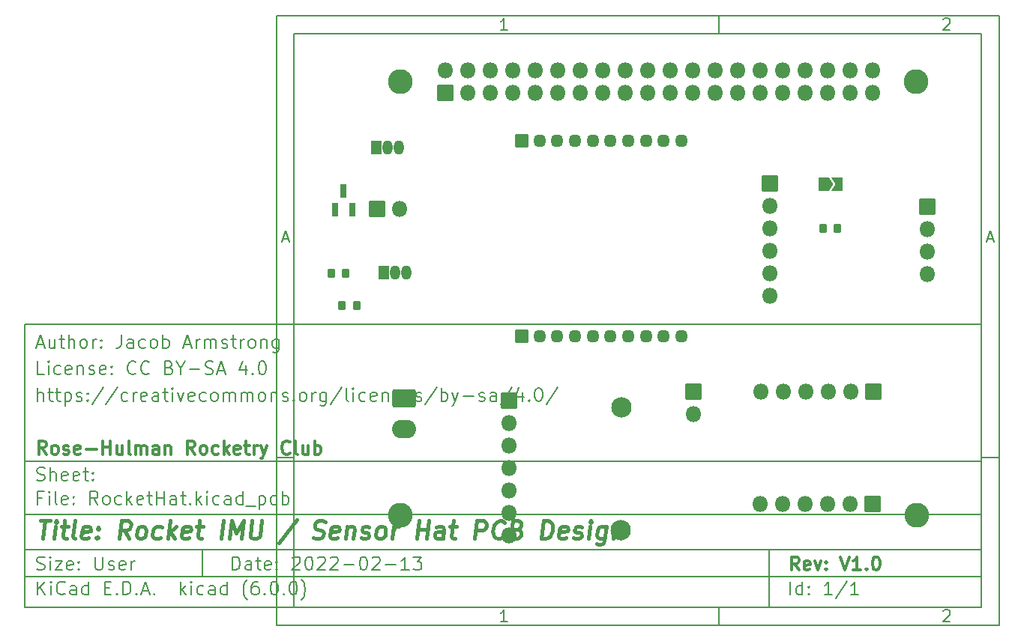
<source format=gbr>
%TF.GenerationSoftware,KiCad,Pcbnew,(6.0.0)*%
%TF.CreationDate,2022-02-21T16:10:18-05:00*%
%TF.ProjectId,RocketHat,526f636b-6574-4486-9174-2e6b69636164,V1.0*%
%TF.SameCoordinates,Original*%
%TF.FileFunction,Soldermask,Top*%
%TF.FilePolarity,Negative*%
%FSLAX46Y46*%
G04 Gerber Fmt 4.6, Leading zero omitted, Abs format (unit mm)*
G04 Created by KiCad (PCBNEW (6.0.0)) date 2022-02-21 16:10:18*
%MOMM*%
%LPD*%
G01*
G04 APERTURE LIST*
G04 Aperture macros list*
%AMRoundRect*
0 Rectangle with rounded corners*
0 $1 Rounding radius*
0 $2 $3 $4 $5 $6 $7 $8 $9 X,Y pos of 4 corners*
0 Add a 4 corners polygon primitive as box body*
4,1,4,$2,$3,$4,$5,$6,$7,$8,$9,$2,$3,0*
0 Add four circle primitives for the rounded corners*
1,1,$1+$1,$2,$3*
1,1,$1+$1,$4,$5*
1,1,$1+$1,$6,$7*
1,1,$1+$1,$8,$9*
0 Add four rect primitives between the rounded corners*
20,1,$1+$1,$2,$3,$4,$5,0*
20,1,$1+$1,$4,$5,$6,$7,0*
20,1,$1+$1,$6,$7,$8,$9,0*
20,1,$1+$1,$8,$9,$2,$3,0*%
%AMFreePoly0*
4,1,16,0.535921,0.785921,0.542268,0.778179,1.042268,0.028179,1.049813,-0.009963,1.042268,-0.028179,0.542268,-0.778179,0.509963,-0.799813,0.500000,-0.800800,-0.500000,-0.800800,-0.535921,-0.785921,-0.550800,-0.750000,-0.550800,0.750000,-0.535921,0.785921,-0.500000,0.800800,0.500000,0.800800,0.535921,0.785921,0.535921,0.785921,$1*%
%AMFreePoly1*
4,1,16,0.535921,0.785921,0.550800,0.750000,0.550800,-0.750000,0.535921,-0.785921,0.500000,-0.800800,-0.650000,-0.800800,-0.685921,-0.785921,-0.700800,-0.750000,-0.692268,-0.721821,-0.211054,0.000000,-0.692268,0.721821,-0.699813,0.759963,-0.678179,0.792268,-0.650000,0.800800,0.500000,0.800800,0.535921,0.785921,0.535921,0.785921,$1*%
G04 Aperture macros list end*
%ADD10C,0.100000*%
%ADD11C,0.150000*%
%ADD12C,0.300000*%
%ADD13C,0.400000*%
%ADD14FreePoly0,0.000000*%
%ADD15FreePoly1,0.000000*%
%ADD16RoundRect,0.050800X0.850000X-0.850000X0.850000X0.850000X-0.850000X0.850000X-0.850000X-0.850000X0*%
%ADD17O,1.801600X1.801600*%
%ADD18C,2.801600*%
%ADD19RoundRect,0.050800X-0.525000X-0.750000X0.525000X-0.750000X0.525000X0.750000X-0.525000X0.750000X0*%
%ADD20O,1.151600X1.601600*%
%ADD21RoundRect,0.070000X0.300000X-0.650000X0.300000X0.650000X-0.300000X0.650000X-0.300000X-0.650000X0*%
%ADD22RoundRect,0.050800X-0.850000X-0.850000X0.850000X-0.850000X0.850000X0.850000X-0.850000X0.850000X0*%
%ADD23RoundRect,0.300800X-1.050000X0.750000X-1.050000X-0.750000X1.050000X-0.750000X1.050000X0.750000X0*%
%ADD24O,2.701600X2.101600*%
%ADD25RoundRect,0.250800X0.200000X0.275000X-0.200000X0.275000X-0.200000X-0.275000X0.200000X-0.275000X0*%
%ADD26RoundRect,0.050800X0.675000X-0.675000X0.675000X0.675000X-0.675000X0.675000X-0.675000X-0.675000X0*%
%ADD27O,1.451600X1.451600*%
%ADD28C,2.301600*%
%ADD29RoundRect,0.050800X-0.850000X0.850000X-0.850000X-0.850000X0.850000X-0.850000X0.850000X0.850000X0*%
G04 APERTURE END LIST*
D10*
D11*
X-18400000Y-44900000D02*
X-18400000Y-76900000D01*
X89600000Y-76900000D01*
X89600000Y-44900000D01*
X-18400000Y-44900000D01*
D10*
D11*
X10000000Y-10000000D02*
X10000000Y-78900000D01*
X91600000Y-78900000D01*
X91600000Y-10000000D01*
X10000000Y-10000000D01*
D10*
D11*
X12000000Y-12000000D02*
X12000000Y-76900000D01*
X89600000Y-76900000D01*
X89600000Y-12000000D01*
X12000000Y-12000000D01*
D10*
D11*
X60000000Y-12000000D02*
X60000000Y-10000000D01*
D10*
D11*
X36065476Y-11588095D02*
X35322619Y-11588095D01*
X35694047Y-11588095D02*
X35694047Y-10288095D01*
X35570238Y-10473809D01*
X35446428Y-10597619D01*
X35322619Y-10659523D01*
D10*
D11*
X85322619Y-10411904D02*
X85384523Y-10350000D01*
X85508333Y-10288095D01*
X85817857Y-10288095D01*
X85941666Y-10350000D01*
X86003571Y-10411904D01*
X86065476Y-10535714D01*
X86065476Y-10659523D01*
X86003571Y-10845238D01*
X85260714Y-11588095D01*
X86065476Y-11588095D01*
D10*
D11*
X60000000Y-76900000D02*
X60000000Y-78900000D01*
D10*
D11*
X36065476Y-78488095D02*
X35322619Y-78488095D01*
X35694047Y-78488095D02*
X35694047Y-77188095D01*
X35570238Y-77373809D01*
X35446428Y-77497619D01*
X35322619Y-77559523D01*
D10*
D11*
X85322619Y-77311904D02*
X85384523Y-77250000D01*
X85508333Y-77188095D01*
X85817857Y-77188095D01*
X85941666Y-77250000D01*
X86003571Y-77311904D01*
X86065476Y-77435714D01*
X86065476Y-77559523D01*
X86003571Y-77745238D01*
X85260714Y-78488095D01*
X86065476Y-78488095D01*
D10*
D11*
X10000000Y-60000000D02*
X12000000Y-60000000D01*
D10*
D11*
X10690476Y-35216666D02*
X11309523Y-35216666D01*
X10566666Y-35588095D02*
X11000000Y-34288095D01*
X11433333Y-35588095D01*
D10*
D11*
X91600000Y-60000000D02*
X89600000Y-60000000D01*
D10*
D11*
X90290476Y-35216666D02*
X90909523Y-35216666D01*
X90166666Y-35588095D02*
X90600000Y-34288095D01*
X91033333Y-35588095D01*
D10*
D11*
X5032142Y-72678571D02*
X5032142Y-71178571D01*
X5389285Y-71178571D01*
X5603571Y-71250000D01*
X5746428Y-71392857D01*
X5817857Y-71535714D01*
X5889285Y-71821428D01*
X5889285Y-72035714D01*
X5817857Y-72321428D01*
X5746428Y-72464285D01*
X5603571Y-72607142D01*
X5389285Y-72678571D01*
X5032142Y-72678571D01*
X7175000Y-72678571D02*
X7175000Y-71892857D01*
X7103571Y-71750000D01*
X6960714Y-71678571D01*
X6675000Y-71678571D01*
X6532142Y-71750000D01*
X7175000Y-72607142D02*
X7032142Y-72678571D01*
X6675000Y-72678571D01*
X6532142Y-72607142D01*
X6460714Y-72464285D01*
X6460714Y-72321428D01*
X6532142Y-72178571D01*
X6675000Y-72107142D01*
X7032142Y-72107142D01*
X7175000Y-72035714D01*
X7675000Y-71678571D02*
X8246428Y-71678571D01*
X7889285Y-71178571D02*
X7889285Y-72464285D01*
X7960714Y-72607142D01*
X8103571Y-72678571D01*
X8246428Y-72678571D01*
X9317857Y-72607142D02*
X9175000Y-72678571D01*
X8889285Y-72678571D01*
X8746428Y-72607142D01*
X8675000Y-72464285D01*
X8675000Y-71892857D01*
X8746428Y-71750000D01*
X8889285Y-71678571D01*
X9175000Y-71678571D01*
X9317857Y-71750000D01*
X9389285Y-71892857D01*
X9389285Y-72035714D01*
X8675000Y-72178571D01*
X10032142Y-72535714D02*
X10103571Y-72607142D01*
X10032142Y-72678571D01*
X9960714Y-72607142D01*
X10032142Y-72535714D01*
X10032142Y-72678571D01*
X10032142Y-71750000D02*
X10103571Y-71821428D01*
X10032142Y-71892857D01*
X9960714Y-71821428D01*
X10032142Y-71750000D01*
X10032142Y-71892857D01*
X11817857Y-71321428D02*
X11889285Y-71250000D01*
X12032142Y-71178571D01*
X12389285Y-71178571D01*
X12532142Y-71250000D01*
X12603571Y-71321428D01*
X12675000Y-71464285D01*
X12675000Y-71607142D01*
X12603571Y-71821428D01*
X11746428Y-72678571D01*
X12675000Y-72678571D01*
X13603571Y-71178571D02*
X13746428Y-71178571D01*
X13889285Y-71250000D01*
X13960714Y-71321428D01*
X14032142Y-71464285D01*
X14103571Y-71750000D01*
X14103571Y-72107142D01*
X14032142Y-72392857D01*
X13960714Y-72535714D01*
X13889285Y-72607142D01*
X13746428Y-72678571D01*
X13603571Y-72678571D01*
X13460714Y-72607142D01*
X13389285Y-72535714D01*
X13317857Y-72392857D01*
X13246428Y-72107142D01*
X13246428Y-71750000D01*
X13317857Y-71464285D01*
X13389285Y-71321428D01*
X13460714Y-71250000D01*
X13603571Y-71178571D01*
X14674999Y-71321428D02*
X14746428Y-71250000D01*
X14889285Y-71178571D01*
X15246428Y-71178571D01*
X15389285Y-71250000D01*
X15460714Y-71321428D01*
X15532142Y-71464285D01*
X15532142Y-71607142D01*
X15460714Y-71821428D01*
X14603571Y-72678571D01*
X15532142Y-72678571D01*
X16103571Y-71321428D02*
X16174999Y-71250000D01*
X16317857Y-71178571D01*
X16674999Y-71178571D01*
X16817857Y-71250000D01*
X16889285Y-71321428D01*
X16960714Y-71464285D01*
X16960714Y-71607142D01*
X16889285Y-71821428D01*
X16032142Y-72678571D01*
X16960714Y-72678571D01*
X17603571Y-72107142D02*
X18746428Y-72107142D01*
X19746428Y-71178571D02*
X19889285Y-71178571D01*
X20032142Y-71250000D01*
X20103571Y-71321428D01*
X20175000Y-71464285D01*
X20246428Y-71750000D01*
X20246428Y-72107142D01*
X20175000Y-72392857D01*
X20103571Y-72535714D01*
X20032142Y-72607142D01*
X19889285Y-72678571D01*
X19746428Y-72678571D01*
X19603571Y-72607142D01*
X19532142Y-72535714D01*
X19460714Y-72392857D01*
X19389285Y-72107142D01*
X19389285Y-71750000D01*
X19460714Y-71464285D01*
X19532142Y-71321428D01*
X19603571Y-71250000D01*
X19746428Y-71178571D01*
X20817857Y-71321428D02*
X20889285Y-71250000D01*
X21032142Y-71178571D01*
X21389285Y-71178571D01*
X21532142Y-71250000D01*
X21603571Y-71321428D01*
X21675000Y-71464285D01*
X21675000Y-71607142D01*
X21603571Y-71821428D01*
X20746428Y-72678571D01*
X21675000Y-72678571D01*
X22317857Y-72107142D02*
X23460714Y-72107142D01*
X24960714Y-72678571D02*
X24103571Y-72678571D01*
X24532142Y-72678571D02*
X24532142Y-71178571D01*
X24389285Y-71392857D01*
X24246428Y-71535714D01*
X24103571Y-71607142D01*
X25460714Y-71178571D02*
X26389285Y-71178571D01*
X25889285Y-71750000D01*
X26103571Y-71750000D01*
X26246428Y-71821428D01*
X26317857Y-71892857D01*
X26389285Y-72035714D01*
X26389285Y-72392857D01*
X26317857Y-72535714D01*
X26246428Y-72607142D01*
X26103571Y-72678571D01*
X25675000Y-72678571D01*
X25532142Y-72607142D01*
X25460714Y-72535714D01*
D10*
D11*
X-18400000Y-73400000D02*
X89600000Y-73400000D01*
D10*
D11*
X-16967857Y-75478571D02*
X-16967857Y-73978571D01*
X-16110714Y-75478571D02*
X-16753571Y-74621428D01*
X-16110714Y-73978571D02*
X-16967857Y-74835714D01*
X-15467857Y-75478571D02*
X-15467857Y-74478571D01*
X-15467857Y-73978571D02*
X-15539285Y-74050000D01*
X-15467857Y-74121428D01*
X-15396428Y-74050000D01*
X-15467857Y-73978571D01*
X-15467857Y-74121428D01*
X-13896428Y-75335714D02*
X-13967857Y-75407142D01*
X-14182142Y-75478571D01*
X-14325000Y-75478571D01*
X-14539285Y-75407142D01*
X-14682142Y-75264285D01*
X-14753571Y-75121428D01*
X-14825000Y-74835714D01*
X-14825000Y-74621428D01*
X-14753571Y-74335714D01*
X-14682142Y-74192857D01*
X-14539285Y-74050000D01*
X-14325000Y-73978571D01*
X-14182142Y-73978571D01*
X-13967857Y-74050000D01*
X-13896428Y-74121428D01*
X-12610714Y-75478571D02*
X-12610714Y-74692857D01*
X-12682142Y-74550000D01*
X-12825000Y-74478571D01*
X-13110714Y-74478571D01*
X-13253571Y-74550000D01*
X-12610714Y-75407142D02*
X-12753571Y-75478571D01*
X-13110714Y-75478571D01*
X-13253571Y-75407142D01*
X-13325000Y-75264285D01*
X-13325000Y-75121428D01*
X-13253571Y-74978571D01*
X-13110714Y-74907142D01*
X-12753571Y-74907142D01*
X-12610714Y-74835714D01*
X-11253571Y-75478571D02*
X-11253571Y-73978571D01*
X-11253571Y-75407142D02*
X-11396428Y-75478571D01*
X-11682142Y-75478571D01*
X-11825000Y-75407142D01*
X-11896428Y-75335714D01*
X-11967857Y-75192857D01*
X-11967857Y-74764285D01*
X-11896428Y-74621428D01*
X-11825000Y-74550000D01*
X-11682142Y-74478571D01*
X-11396428Y-74478571D01*
X-11253571Y-74550000D01*
X-9396428Y-74692857D02*
X-8896428Y-74692857D01*
X-8682142Y-75478571D02*
X-9396428Y-75478571D01*
X-9396428Y-73978571D01*
X-8682142Y-73978571D01*
X-8039285Y-75335714D02*
X-7967857Y-75407142D01*
X-8039285Y-75478571D01*
X-8110714Y-75407142D01*
X-8039285Y-75335714D01*
X-8039285Y-75478571D01*
X-7325000Y-75478571D02*
X-7325000Y-73978571D01*
X-6967857Y-73978571D01*
X-6753571Y-74050000D01*
X-6610714Y-74192857D01*
X-6539285Y-74335714D01*
X-6467857Y-74621428D01*
X-6467857Y-74835714D01*
X-6539285Y-75121428D01*
X-6610714Y-75264285D01*
X-6753571Y-75407142D01*
X-6967857Y-75478571D01*
X-7325000Y-75478571D01*
X-5825000Y-75335714D02*
X-5753571Y-75407142D01*
X-5825000Y-75478571D01*
X-5896428Y-75407142D01*
X-5825000Y-75335714D01*
X-5825000Y-75478571D01*
X-5182142Y-75050000D02*
X-4467857Y-75050000D01*
X-5325000Y-75478571D02*
X-4825000Y-73978571D01*
X-4325000Y-75478571D01*
X-3825000Y-75335714D02*
X-3753571Y-75407142D01*
X-3825000Y-75478571D01*
X-3896428Y-75407142D01*
X-3825000Y-75335714D01*
X-3825000Y-75478571D01*
X-825000Y-75478571D02*
X-825000Y-73978571D01*
X-682142Y-74907142D02*
X-253571Y-75478571D01*
X-253571Y-74478571D02*
X-825000Y-75050000D01*
X389285Y-75478571D02*
X389285Y-74478571D01*
X389285Y-73978571D02*
X317857Y-74050000D01*
X389285Y-74121428D01*
X460714Y-74050000D01*
X389285Y-73978571D01*
X389285Y-74121428D01*
X1746428Y-75407142D02*
X1603571Y-75478571D01*
X1317857Y-75478571D01*
X1174999Y-75407142D01*
X1103571Y-75335714D01*
X1032142Y-75192857D01*
X1032142Y-74764285D01*
X1103571Y-74621428D01*
X1174999Y-74550000D01*
X1317857Y-74478571D01*
X1603571Y-74478571D01*
X1746428Y-74550000D01*
X3032142Y-75478571D02*
X3032142Y-74692857D01*
X2960714Y-74550000D01*
X2817857Y-74478571D01*
X2532142Y-74478571D01*
X2389285Y-74550000D01*
X3032142Y-75407142D02*
X2889285Y-75478571D01*
X2532142Y-75478571D01*
X2389285Y-75407142D01*
X2317857Y-75264285D01*
X2317857Y-75121428D01*
X2389285Y-74978571D01*
X2532142Y-74907142D01*
X2889285Y-74907142D01*
X3032142Y-74835714D01*
X4389285Y-75478571D02*
X4389285Y-73978571D01*
X4389285Y-75407142D02*
X4246428Y-75478571D01*
X3960714Y-75478571D01*
X3817857Y-75407142D01*
X3746428Y-75335714D01*
X3675000Y-75192857D01*
X3675000Y-74764285D01*
X3746428Y-74621428D01*
X3817857Y-74550000D01*
X3960714Y-74478571D01*
X4246428Y-74478571D01*
X4389285Y-74550000D01*
X6675000Y-76050000D02*
X6603571Y-75978571D01*
X6460714Y-75764285D01*
X6389285Y-75621428D01*
X6317857Y-75407142D01*
X6246428Y-75050000D01*
X6246428Y-74764285D01*
X6317857Y-74407142D01*
X6389285Y-74192857D01*
X6460714Y-74050000D01*
X6603571Y-73835714D01*
X6675000Y-73764285D01*
X7889285Y-73978571D02*
X7603571Y-73978571D01*
X7460714Y-74050000D01*
X7389285Y-74121428D01*
X7246428Y-74335714D01*
X7175000Y-74621428D01*
X7175000Y-75192857D01*
X7246428Y-75335714D01*
X7317857Y-75407142D01*
X7460714Y-75478571D01*
X7746428Y-75478571D01*
X7889285Y-75407142D01*
X7960714Y-75335714D01*
X8032142Y-75192857D01*
X8032142Y-74835714D01*
X7960714Y-74692857D01*
X7889285Y-74621428D01*
X7746428Y-74550000D01*
X7460714Y-74550000D01*
X7317857Y-74621428D01*
X7246428Y-74692857D01*
X7175000Y-74835714D01*
X8675000Y-75335714D02*
X8746428Y-75407142D01*
X8675000Y-75478571D01*
X8603571Y-75407142D01*
X8675000Y-75335714D01*
X8675000Y-75478571D01*
X9674999Y-73978571D02*
X9817857Y-73978571D01*
X9960714Y-74050000D01*
X10032142Y-74121428D01*
X10103571Y-74264285D01*
X10174999Y-74550000D01*
X10174999Y-74907142D01*
X10103571Y-75192857D01*
X10032142Y-75335714D01*
X9960714Y-75407142D01*
X9817857Y-75478571D01*
X9674999Y-75478571D01*
X9532142Y-75407142D01*
X9460714Y-75335714D01*
X9389285Y-75192857D01*
X9317857Y-74907142D01*
X9317857Y-74550000D01*
X9389285Y-74264285D01*
X9460714Y-74121428D01*
X9532142Y-74050000D01*
X9674999Y-73978571D01*
X10817857Y-75335714D02*
X10889285Y-75407142D01*
X10817857Y-75478571D01*
X10746428Y-75407142D01*
X10817857Y-75335714D01*
X10817857Y-75478571D01*
X11817857Y-73978571D02*
X11960714Y-73978571D01*
X12103571Y-74050000D01*
X12174999Y-74121428D01*
X12246428Y-74264285D01*
X12317857Y-74550000D01*
X12317857Y-74907142D01*
X12246428Y-75192857D01*
X12174999Y-75335714D01*
X12103571Y-75407142D01*
X11960714Y-75478571D01*
X11817857Y-75478571D01*
X11674999Y-75407142D01*
X11603571Y-75335714D01*
X11532142Y-75192857D01*
X11460714Y-74907142D01*
X11460714Y-74550000D01*
X11532142Y-74264285D01*
X11603571Y-74121428D01*
X11674999Y-74050000D01*
X11817857Y-73978571D01*
X12817857Y-76050000D02*
X12889285Y-75978571D01*
X13032142Y-75764285D01*
X13103571Y-75621428D01*
X13174999Y-75407142D01*
X13246428Y-75050000D01*
X13246428Y-74764285D01*
X13174999Y-74407142D01*
X13103571Y-74192857D01*
X13032142Y-74050000D01*
X12889285Y-73835714D01*
X12817857Y-73764285D01*
D10*
D11*
X-18400000Y-70400000D02*
X89600000Y-70400000D01*
D10*
D12*
X69009285Y-72678571D02*
X68509285Y-71964285D01*
X68152142Y-72678571D02*
X68152142Y-71178571D01*
X68723571Y-71178571D01*
X68866428Y-71250000D01*
X68937857Y-71321428D01*
X69009285Y-71464285D01*
X69009285Y-71678571D01*
X68937857Y-71821428D01*
X68866428Y-71892857D01*
X68723571Y-71964285D01*
X68152142Y-71964285D01*
X70223571Y-72607142D02*
X70080714Y-72678571D01*
X69795000Y-72678571D01*
X69652142Y-72607142D01*
X69580714Y-72464285D01*
X69580714Y-71892857D01*
X69652142Y-71750000D01*
X69795000Y-71678571D01*
X70080714Y-71678571D01*
X70223571Y-71750000D01*
X70295000Y-71892857D01*
X70295000Y-72035714D01*
X69580714Y-72178571D01*
X70795000Y-71678571D02*
X71152142Y-72678571D01*
X71509285Y-71678571D01*
X72080714Y-72535714D02*
X72152142Y-72607142D01*
X72080714Y-72678571D01*
X72009285Y-72607142D01*
X72080714Y-72535714D01*
X72080714Y-72678571D01*
X72080714Y-71750000D02*
X72152142Y-71821428D01*
X72080714Y-71892857D01*
X72009285Y-71821428D01*
X72080714Y-71750000D01*
X72080714Y-71892857D01*
X73723571Y-71178571D02*
X74223571Y-72678571D01*
X74723571Y-71178571D01*
X76009285Y-72678571D02*
X75152142Y-72678571D01*
X75580714Y-72678571D02*
X75580714Y-71178571D01*
X75437857Y-71392857D01*
X75295000Y-71535714D01*
X75152142Y-71607142D01*
X76652142Y-72535714D02*
X76723571Y-72607142D01*
X76652142Y-72678571D01*
X76580714Y-72607142D01*
X76652142Y-72535714D01*
X76652142Y-72678571D01*
X77652142Y-71178571D02*
X77795000Y-71178571D01*
X77937857Y-71250000D01*
X78009285Y-71321428D01*
X78080714Y-71464285D01*
X78152142Y-71750000D01*
X78152142Y-72107142D01*
X78080714Y-72392857D01*
X78009285Y-72535714D01*
X77937857Y-72607142D01*
X77795000Y-72678571D01*
X77652142Y-72678571D01*
X77509285Y-72607142D01*
X77437857Y-72535714D01*
X77366428Y-72392857D01*
X77295000Y-72107142D01*
X77295000Y-71750000D01*
X77366428Y-71464285D01*
X77437857Y-71321428D01*
X77509285Y-71250000D01*
X77652142Y-71178571D01*
D10*
D11*
X-17039285Y-72607142D02*
X-16825000Y-72678571D01*
X-16467857Y-72678571D01*
X-16325000Y-72607142D01*
X-16253571Y-72535714D01*
X-16182142Y-72392857D01*
X-16182142Y-72250000D01*
X-16253571Y-72107142D01*
X-16325000Y-72035714D01*
X-16467857Y-71964285D01*
X-16753571Y-71892857D01*
X-16896428Y-71821428D01*
X-16967857Y-71750000D01*
X-17039285Y-71607142D01*
X-17039285Y-71464285D01*
X-16967857Y-71321428D01*
X-16896428Y-71250000D01*
X-16753571Y-71178571D01*
X-16396428Y-71178571D01*
X-16182142Y-71250000D01*
X-15539285Y-72678571D02*
X-15539285Y-71678571D01*
X-15539285Y-71178571D02*
X-15610714Y-71250000D01*
X-15539285Y-71321428D01*
X-15467857Y-71250000D01*
X-15539285Y-71178571D01*
X-15539285Y-71321428D01*
X-14967857Y-71678571D02*
X-14182142Y-71678571D01*
X-14967857Y-72678571D01*
X-14182142Y-72678571D01*
X-13039285Y-72607142D02*
X-13182142Y-72678571D01*
X-13467857Y-72678571D01*
X-13610714Y-72607142D01*
X-13682142Y-72464285D01*
X-13682142Y-71892857D01*
X-13610714Y-71750000D01*
X-13467857Y-71678571D01*
X-13182142Y-71678571D01*
X-13039285Y-71750000D01*
X-12967857Y-71892857D01*
X-12967857Y-72035714D01*
X-13682142Y-72178571D01*
X-12325000Y-72535714D02*
X-12253571Y-72607142D01*
X-12325000Y-72678571D01*
X-12396428Y-72607142D01*
X-12325000Y-72535714D01*
X-12325000Y-72678571D01*
X-12325000Y-71750000D02*
X-12253571Y-71821428D01*
X-12325000Y-71892857D01*
X-12396428Y-71821428D01*
X-12325000Y-71750000D01*
X-12325000Y-71892857D01*
X-10467857Y-71178571D02*
X-10467857Y-72392857D01*
X-10396428Y-72535714D01*
X-10325000Y-72607142D01*
X-10182142Y-72678571D01*
X-9896428Y-72678571D01*
X-9753571Y-72607142D01*
X-9682142Y-72535714D01*
X-9610714Y-72392857D01*
X-9610714Y-71178571D01*
X-8967857Y-72607142D02*
X-8825000Y-72678571D01*
X-8539285Y-72678571D01*
X-8396428Y-72607142D01*
X-8325000Y-72464285D01*
X-8325000Y-72392857D01*
X-8396428Y-72250000D01*
X-8539285Y-72178571D01*
X-8753571Y-72178571D01*
X-8896428Y-72107142D01*
X-8967857Y-71964285D01*
X-8967857Y-71892857D01*
X-8896428Y-71750000D01*
X-8753571Y-71678571D01*
X-8539285Y-71678571D01*
X-8396428Y-71750000D01*
X-7110714Y-72607142D02*
X-7253571Y-72678571D01*
X-7539285Y-72678571D01*
X-7682142Y-72607142D01*
X-7753571Y-72464285D01*
X-7753571Y-71892857D01*
X-7682142Y-71750000D01*
X-7539285Y-71678571D01*
X-7253571Y-71678571D01*
X-7110714Y-71750000D01*
X-7039285Y-71892857D01*
X-7039285Y-72035714D01*
X-7753571Y-72178571D01*
X-6396428Y-72678571D02*
X-6396428Y-71678571D01*
X-6396428Y-71964285D02*
X-6325000Y-71821428D01*
X-6253571Y-71750000D01*
X-6110714Y-71678571D01*
X-5967857Y-71678571D01*
D10*
D11*
X68032142Y-75478571D02*
X68032142Y-73978571D01*
X69389285Y-75478571D02*
X69389285Y-73978571D01*
X69389285Y-75407142D02*
X69246428Y-75478571D01*
X68960714Y-75478571D01*
X68817857Y-75407142D01*
X68746428Y-75335714D01*
X68675000Y-75192857D01*
X68675000Y-74764285D01*
X68746428Y-74621428D01*
X68817857Y-74550000D01*
X68960714Y-74478571D01*
X69246428Y-74478571D01*
X69389285Y-74550000D01*
X70103571Y-75335714D02*
X70175000Y-75407142D01*
X70103571Y-75478571D01*
X70032142Y-75407142D01*
X70103571Y-75335714D01*
X70103571Y-75478571D01*
X70103571Y-74550000D02*
X70175000Y-74621428D01*
X70103571Y-74692857D01*
X70032142Y-74621428D01*
X70103571Y-74550000D01*
X70103571Y-74692857D01*
X72746428Y-75478571D02*
X71889285Y-75478571D01*
X72317857Y-75478571D02*
X72317857Y-73978571D01*
X72175000Y-74192857D01*
X72032142Y-74335714D01*
X71889285Y-74407142D01*
X74460714Y-73907142D02*
X73175000Y-75835714D01*
X75746428Y-75478571D02*
X74889285Y-75478571D01*
X75317857Y-75478571D02*
X75317857Y-73978571D01*
X75175000Y-74192857D01*
X75032142Y-74335714D01*
X74889285Y-74407142D01*
D10*
D11*
X-18400000Y-66400000D02*
X89600000Y-66400000D01*
D10*
D13*
X-16687619Y-67104761D02*
X-15544761Y-67104761D01*
X-16366190Y-69104761D02*
X-16116190Y-67104761D01*
X-15128095Y-69104761D02*
X-14961428Y-67771428D01*
X-14878095Y-67104761D02*
X-14985238Y-67200000D01*
X-14901904Y-67295238D01*
X-14794761Y-67200000D01*
X-14878095Y-67104761D01*
X-14901904Y-67295238D01*
X-14294761Y-67771428D02*
X-13532857Y-67771428D01*
X-13925714Y-67104761D02*
X-14140000Y-68819047D01*
X-14068571Y-69009523D01*
X-13890000Y-69104761D01*
X-13699523Y-69104761D01*
X-12747142Y-69104761D02*
X-12925714Y-69009523D01*
X-12997142Y-68819047D01*
X-12782857Y-67104761D01*
X-11211428Y-69009523D02*
X-11413809Y-69104761D01*
X-11794761Y-69104761D01*
X-11973333Y-69009523D01*
X-12044761Y-68819047D01*
X-11949523Y-68057142D01*
X-11830476Y-67866666D01*
X-11628095Y-67771428D01*
X-11247142Y-67771428D01*
X-11068571Y-67866666D01*
X-10997142Y-68057142D01*
X-11020952Y-68247619D01*
X-11997142Y-68438095D01*
X-10247142Y-68914285D02*
X-10163809Y-69009523D01*
X-10270952Y-69104761D01*
X-10354285Y-69009523D01*
X-10247142Y-68914285D01*
X-10270952Y-69104761D01*
X-10116190Y-67866666D02*
X-10032857Y-67961904D01*
X-10140000Y-68057142D01*
X-10223333Y-67961904D01*
X-10116190Y-67866666D01*
X-10140000Y-68057142D01*
X-6651904Y-69104761D02*
X-7199523Y-68152380D01*
X-7794761Y-69104761D02*
X-7544761Y-67104761D01*
X-6782857Y-67104761D01*
X-6604285Y-67200000D01*
X-6520952Y-67295238D01*
X-6449523Y-67485714D01*
X-6485238Y-67771428D01*
X-6604285Y-67961904D01*
X-6711428Y-68057142D01*
X-6913809Y-68152380D01*
X-7675714Y-68152380D01*
X-5509047Y-69104761D02*
X-5687619Y-69009523D01*
X-5770952Y-68914285D01*
X-5842380Y-68723809D01*
X-5770952Y-68152380D01*
X-5651904Y-67961904D01*
X-5544761Y-67866666D01*
X-5342380Y-67771428D01*
X-5056666Y-67771428D01*
X-4878095Y-67866666D01*
X-4794761Y-67961904D01*
X-4723333Y-68152380D01*
X-4794761Y-68723809D01*
X-4913809Y-68914285D01*
X-5020952Y-69009523D01*
X-5223333Y-69104761D01*
X-5509047Y-69104761D01*
X-3116190Y-69009523D02*
X-3318571Y-69104761D01*
X-3699523Y-69104761D01*
X-3878095Y-69009523D01*
X-3961428Y-68914285D01*
X-4032857Y-68723809D01*
X-3961428Y-68152380D01*
X-3842380Y-67961904D01*
X-3735238Y-67866666D01*
X-3532857Y-67771428D01*
X-3151904Y-67771428D01*
X-2973333Y-67866666D01*
X-2270952Y-69104761D02*
X-2020952Y-67104761D01*
X-1985238Y-68342857D02*
X-1509047Y-69104761D01*
X-1342380Y-67771428D02*
X-2199523Y-68533333D01*
X121904Y-69009523D02*
X-80476Y-69104761D01*
X-461428Y-69104761D01*
X-640000Y-69009523D01*
X-711428Y-68819047D01*
X-616190Y-68057142D01*
X-497142Y-67866666D01*
X-294761Y-67771428D01*
X86190Y-67771428D01*
X264761Y-67866666D01*
X336190Y-68057142D01*
X312380Y-68247619D01*
X-663809Y-68438095D01*
X943333Y-67771428D02*
X1705238Y-67771428D01*
X1312380Y-67104761D02*
X1098095Y-68819047D01*
X1169523Y-69009523D01*
X1348095Y-69104761D01*
X1538571Y-69104761D01*
X3729047Y-69104761D02*
X3979047Y-67104761D01*
X4681428Y-69104761D02*
X4931428Y-67104761D01*
X5419523Y-68533333D01*
X6264761Y-67104761D01*
X6014761Y-69104761D01*
X7217142Y-67104761D02*
X7014761Y-68723809D01*
X7086190Y-68914285D01*
X7169523Y-69009523D01*
X7348095Y-69104761D01*
X7729047Y-69104761D01*
X7931428Y-69009523D01*
X8038571Y-68914285D01*
X8157619Y-68723809D01*
X8359999Y-67104761D01*
X12276666Y-67009523D02*
X10240952Y-69580952D01*
X14121904Y-69009523D02*
X14395714Y-69104761D01*
X14871904Y-69104761D01*
X15074285Y-69009523D01*
X15181428Y-68914285D01*
X15300476Y-68723809D01*
X15324285Y-68533333D01*
X15252857Y-68342857D01*
X15169523Y-68247619D01*
X14990952Y-68152380D01*
X14621904Y-68057142D01*
X14443333Y-67961904D01*
X14359999Y-67866666D01*
X14288571Y-67676190D01*
X14312380Y-67485714D01*
X14431428Y-67295238D01*
X14538571Y-67200000D01*
X14740952Y-67104761D01*
X15217142Y-67104761D01*
X15490952Y-67200000D01*
X16883809Y-69009523D02*
X16681428Y-69104761D01*
X16300476Y-69104761D01*
X16121904Y-69009523D01*
X16050476Y-68819047D01*
X16145714Y-68057142D01*
X16264761Y-67866666D01*
X16467142Y-67771428D01*
X16848095Y-67771428D01*
X17026666Y-67866666D01*
X17098095Y-68057142D01*
X17074285Y-68247619D01*
X16098095Y-68438095D01*
X17990952Y-67771428D02*
X17824285Y-69104761D01*
X17967142Y-67961904D02*
X18074285Y-67866666D01*
X18276666Y-67771428D01*
X18562380Y-67771428D01*
X18740952Y-67866666D01*
X18812380Y-68057142D01*
X18681428Y-69104761D01*
X19550476Y-69009523D02*
X19729047Y-69104761D01*
X20109999Y-69104761D01*
X20312380Y-69009523D01*
X20431428Y-68819047D01*
X20443333Y-68723809D01*
X20371904Y-68533333D01*
X20193333Y-68438095D01*
X19907619Y-68438095D01*
X19729047Y-68342857D01*
X19657619Y-68152380D01*
X19669523Y-68057142D01*
X19788571Y-67866666D01*
X19990952Y-67771428D01*
X20276666Y-67771428D01*
X20455238Y-67866666D01*
X21538571Y-69104761D02*
X21359999Y-69009523D01*
X21276666Y-68914285D01*
X21205238Y-68723809D01*
X21276666Y-68152380D01*
X21395714Y-67961904D01*
X21502857Y-67866666D01*
X21705238Y-67771428D01*
X21990952Y-67771428D01*
X22169523Y-67866666D01*
X22252857Y-67961904D01*
X22324285Y-68152380D01*
X22252857Y-68723809D01*
X22133809Y-68914285D01*
X22026666Y-69009523D01*
X21824285Y-69104761D01*
X21538571Y-69104761D01*
X23062380Y-69104761D02*
X23229047Y-67771428D01*
X23181428Y-68152380D02*
X23300476Y-67961904D01*
X23407619Y-67866666D01*
X23609999Y-67771428D01*
X23800476Y-67771428D01*
X25824285Y-69104761D02*
X26074285Y-67104761D01*
X25955238Y-68057142D02*
X27098095Y-68057142D01*
X26967142Y-69104761D02*
X27217142Y-67104761D01*
X28776666Y-69104761D02*
X28907619Y-68057142D01*
X28836190Y-67866666D01*
X28657619Y-67771428D01*
X28276666Y-67771428D01*
X28074285Y-67866666D01*
X28788571Y-69009523D02*
X28586190Y-69104761D01*
X28109999Y-69104761D01*
X27931428Y-69009523D01*
X27859999Y-68819047D01*
X27883809Y-68628571D01*
X28002857Y-68438095D01*
X28205238Y-68342857D01*
X28681428Y-68342857D01*
X28883809Y-68247619D01*
X29609999Y-67771428D02*
X30371904Y-67771428D01*
X29979047Y-67104761D02*
X29764761Y-68819047D01*
X29836190Y-69009523D01*
X30014761Y-69104761D01*
X30205238Y-69104761D01*
X32395714Y-69104761D02*
X32645714Y-67104761D01*
X33407619Y-67104761D01*
X33586190Y-67200000D01*
X33669523Y-67295238D01*
X33740952Y-67485714D01*
X33705238Y-67771428D01*
X33586190Y-67961904D01*
X33479047Y-68057142D01*
X33276666Y-68152380D01*
X32514761Y-68152380D01*
X35562380Y-68914285D02*
X35455238Y-69009523D01*
X35157619Y-69104761D01*
X34967142Y-69104761D01*
X34693333Y-69009523D01*
X34526666Y-68819047D01*
X34455238Y-68628571D01*
X34407619Y-68247619D01*
X34443333Y-67961904D01*
X34586190Y-67580952D01*
X34705238Y-67390476D01*
X34919523Y-67200000D01*
X35217142Y-67104761D01*
X35407619Y-67104761D01*
X35681428Y-67200000D01*
X35764761Y-67295238D01*
X37193333Y-68057142D02*
X37467142Y-68152380D01*
X37550476Y-68247619D01*
X37621904Y-68438095D01*
X37586190Y-68723809D01*
X37467142Y-68914285D01*
X37359999Y-69009523D01*
X37157619Y-69104761D01*
X36395714Y-69104761D01*
X36645714Y-67104761D01*
X37312380Y-67104761D01*
X37490952Y-67200000D01*
X37574285Y-67295238D01*
X37645714Y-67485714D01*
X37621904Y-67676190D01*
X37502857Y-67866666D01*
X37395714Y-67961904D01*
X37193333Y-68057142D01*
X36526666Y-68057142D01*
X39919523Y-69104761D02*
X40169523Y-67104761D01*
X40645714Y-67104761D01*
X40919523Y-67200000D01*
X41086190Y-67390476D01*
X41157619Y-67580952D01*
X41205238Y-67961904D01*
X41169523Y-68247619D01*
X41026666Y-68628571D01*
X40907619Y-68819047D01*
X40693333Y-69009523D01*
X40395714Y-69104761D01*
X39919523Y-69104761D01*
X42693333Y-69009523D02*
X42490952Y-69104761D01*
X42109999Y-69104761D01*
X41931428Y-69009523D01*
X41859999Y-68819047D01*
X41955238Y-68057142D01*
X42074285Y-67866666D01*
X42276666Y-67771428D01*
X42657619Y-67771428D01*
X42836190Y-67866666D01*
X42907619Y-68057142D01*
X42883809Y-68247619D01*
X41907619Y-68438095D01*
X43550476Y-69009523D02*
X43729047Y-69104761D01*
X44109999Y-69104761D01*
X44312380Y-69009523D01*
X44431428Y-68819047D01*
X44443333Y-68723809D01*
X44371904Y-68533333D01*
X44193333Y-68438095D01*
X43907619Y-68438095D01*
X43729047Y-68342857D01*
X43657619Y-68152380D01*
X43669523Y-68057142D01*
X43788571Y-67866666D01*
X43990952Y-67771428D01*
X44276666Y-67771428D01*
X44455238Y-67866666D01*
X45252857Y-69104761D02*
X45419523Y-67771428D01*
X45502857Y-67104761D02*
X45395714Y-67200000D01*
X45479047Y-67295238D01*
X45586190Y-67200000D01*
X45502857Y-67104761D01*
X45479047Y-67295238D01*
X47229047Y-67771428D02*
X47026666Y-69390476D01*
X46907619Y-69580952D01*
X46800476Y-69676190D01*
X46598095Y-69771428D01*
X46312380Y-69771428D01*
X46133809Y-69676190D01*
X47074285Y-69009523D02*
X46871904Y-69104761D01*
X46490952Y-69104761D01*
X46312380Y-69009523D01*
X46229047Y-68914285D01*
X46157619Y-68723809D01*
X46229047Y-68152380D01*
X46348095Y-67961904D01*
X46455238Y-67866666D01*
X46657619Y-67771428D01*
X47038571Y-67771428D01*
X47217142Y-67866666D01*
X48181428Y-67771428D02*
X48014761Y-69104761D01*
X48157619Y-67961904D02*
X48264761Y-67866666D01*
X48467142Y-67771428D01*
X48752857Y-67771428D01*
X48931428Y-67866666D01*
X49002857Y-68057142D01*
X48871904Y-69104761D01*
D10*
D11*
X-16467857Y-64492857D02*
X-16967857Y-64492857D01*
X-16967857Y-65278571D02*
X-16967857Y-63778571D01*
X-16253571Y-63778571D01*
X-15682142Y-65278571D02*
X-15682142Y-64278571D01*
X-15682142Y-63778571D02*
X-15753571Y-63850000D01*
X-15682142Y-63921428D01*
X-15610714Y-63850000D01*
X-15682142Y-63778571D01*
X-15682142Y-63921428D01*
X-14753571Y-65278571D02*
X-14896428Y-65207142D01*
X-14967857Y-65064285D01*
X-14967857Y-63778571D01*
X-13610714Y-65207142D02*
X-13753571Y-65278571D01*
X-14039285Y-65278571D01*
X-14182142Y-65207142D01*
X-14253571Y-65064285D01*
X-14253571Y-64492857D01*
X-14182142Y-64350000D01*
X-14039285Y-64278571D01*
X-13753571Y-64278571D01*
X-13610714Y-64350000D01*
X-13539285Y-64492857D01*
X-13539285Y-64635714D01*
X-14253571Y-64778571D01*
X-12896428Y-65135714D02*
X-12825000Y-65207142D01*
X-12896428Y-65278571D01*
X-12967857Y-65207142D01*
X-12896428Y-65135714D01*
X-12896428Y-65278571D01*
X-12896428Y-64350000D02*
X-12825000Y-64421428D01*
X-12896428Y-64492857D01*
X-12967857Y-64421428D01*
X-12896428Y-64350000D01*
X-12896428Y-64492857D01*
X-10182142Y-65278571D02*
X-10682142Y-64564285D01*
X-11039285Y-65278571D02*
X-11039285Y-63778571D01*
X-10467857Y-63778571D01*
X-10325000Y-63850000D01*
X-10253571Y-63921428D01*
X-10182142Y-64064285D01*
X-10182142Y-64278571D01*
X-10253571Y-64421428D01*
X-10325000Y-64492857D01*
X-10467857Y-64564285D01*
X-11039285Y-64564285D01*
X-9325000Y-65278571D02*
X-9467857Y-65207142D01*
X-9539285Y-65135714D01*
X-9610714Y-64992857D01*
X-9610714Y-64564285D01*
X-9539285Y-64421428D01*
X-9467857Y-64350000D01*
X-9325000Y-64278571D01*
X-9110714Y-64278571D01*
X-8967857Y-64350000D01*
X-8896428Y-64421428D01*
X-8825000Y-64564285D01*
X-8825000Y-64992857D01*
X-8896428Y-65135714D01*
X-8967857Y-65207142D01*
X-9110714Y-65278571D01*
X-9325000Y-65278571D01*
X-7539285Y-65207142D02*
X-7682142Y-65278571D01*
X-7967857Y-65278571D01*
X-8110714Y-65207142D01*
X-8182142Y-65135714D01*
X-8253571Y-64992857D01*
X-8253571Y-64564285D01*
X-8182142Y-64421428D01*
X-8110714Y-64350000D01*
X-7967857Y-64278571D01*
X-7682142Y-64278571D01*
X-7539285Y-64350000D01*
X-6896428Y-65278571D02*
X-6896428Y-63778571D01*
X-6753571Y-64707142D02*
X-6325000Y-65278571D01*
X-6325000Y-64278571D02*
X-6896428Y-64850000D01*
X-5110714Y-65207142D02*
X-5253571Y-65278571D01*
X-5539285Y-65278571D01*
X-5682142Y-65207142D01*
X-5753571Y-65064285D01*
X-5753571Y-64492857D01*
X-5682142Y-64350000D01*
X-5539285Y-64278571D01*
X-5253571Y-64278571D01*
X-5110714Y-64350000D01*
X-5039285Y-64492857D01*
X-5039285Y-64635714D01*
X-5753571Y-64778571D01*
X-4610714Y-64278571D02*
X-4039285Y-64278571D01*
X-4396428Y-63778571D02*
X-4396428Y-65064285D01*
X-4325000Y-65207142D01*
X-4182142Y-65278571D01*
X-4039285Y-65278571D01*
X-3539285Y-65278571D02*
X-3539285Y-63778571D01*
X-3539285Y-64492857D02*
X-2682142Y-64492857D01*
X-2682142Y-65278571D02*
X-2682142Y-63778571D01*
X-1325000Y-65278571D02*
X-1325000Y-64492857D01*
X-1396428Y-64350000D01*
X-1539285Y-64278571D01*
X-1825000Y-64278571D01*
X-1967857Y-64350000D01*
X-1325000Y-65207142D02*
X-1467857Y-65278571D01*
X-1825000Y-65278571D01*
X-1967857Y-65207142D01*
X-2039285Y-65064285D01*
X-2039285Y-64921428D01*
X-1967857Y-64778571D01*
X-1825000Y-64707142D01*
X-1467857Y-64707142D01*
X-1325000Y-64635714D01*
X-825000Y-64278571D02*
X-253571Y-64278571D01*
X-610714Y-63778571D02*
X-610714Y-65064285D01*
X-539285Y-65207142D01*
X-396428Y-65278571D01*
X-253571Y-65278571D01*
X246428Y-65135714D02*
X317857Y-65207142D01*
X246428Y-65278571D01*
X175000Y-65207142D01*
X246428Y-65135714D01*
X246428Y-65278571D01*
X960714Y-65278571D02*
X960714Y-63778571D01*
X1103571Y-64707142D02*
X1532142Y-65278571D01*
X1532142Y-64278571D02*
X960714Y-64850000D01*
X2174999Y-65278571D02*
X2174999Y-64278571D01*
X2174999Y-63778571D02*
X2103571Y-63850000D01*
X2174999Y-63921428D01*
X2246428Y-63850000D01*
X2174999Y-63778571D01*
X2174999Y-63921428D01*
X3532142Y-65207142D02*
X3389285Y-65278571D01*
X3103571Y-65278571D01*
X2960714Y-65207142D01*
X2889285Y-65135714D01*
X2817857Y-64992857D01*
X2817857Y-64564285D01*
X2889285Y-64421428D01*
X2960714Y-64350000D01*
X3103571Y-64278571D01*
X3389285Y-64278571D01*
X3532142Y-64350000D01*
X4817857Y-65278571D02*
X4817857Y-64492857D01*
X4746428Y-64350000D01*
X4603571Y-64278571D01*
X4317857Y-64278571D01*
X4174999Y-64350000D01*
X4817857Y-65207142D02*
X4674999Y-65278571D01*
X4317857Y-65278571D01*
X4174999Y-65207142D01*
X4103571Y-65064285D01*
X4103571Y-64921428D01*
X4174999Y-64778571D01*
X4317857Y-64707142D01*
X4674999Y-64707142D01*
X4817857Y-64635714D01*
X6174999Y-65278571D02*
X6174999Y-63778571D01*
X6174999Y-65207142D02*
X6032142Y-65278571D01*
X5746428Y-65278571D01*
X5603571Y-65207142D01*
X5532142Y-65135714D01*
X5460714Y-64992857D01*
X5460714Y-64564285D01*
X5532142Y-64421428D01*
X5603571Y-64350000D01*
X5746428Y-64278571D01*
X6032142Y-64278571D01*
X6174999Y-64350000D01*
X6532142Y-65421428D02*
X7674999Y-65421428D01*
X8032142Y-64278571D02*
X8032142Y-65778571D01*
X8032142Y-64350000D02*
X8174999Y-64278571D01*
X8460714Y-64278571D01*
X8603571Y-64350000D01*
X8674999Y-64421428D01*
X8746428Y-64564285D01*
X8746428Y-64992857D01*
X8674999Y-65135714D01*
X8603571Y-65207142D01*
X8460714Y-65278571D01*
X8174999Y-65278571D01*
X8032142Y-65207142D01*
X10032142Y-65207142D02*
X9889285Y-65278571D01*
X9603571Y-65278571D01*
X9460714Y-65207142D01*
X9389285Y-65135714D01*
X9317857Y-64992857D01*
X9317857Y-64564285D01*
X9389285Y-64421428D01*
X9460714Y-64350000D01*
X9603571Y-64278571D01*
X9889285Y-64278571D01*
X10032142Y-64350000D01*
X10675000Y-65278571D02*
X10675000Y-63778571D01*
X10675000Y-64350000D02*
X10817857Y-64278571D01*
X11103571Y-64278571D01*
X11246428Y-64350000D01*
X11317857Y-64421428D01*
X11389285Y-64564285D01*
X11389285Y-64992857D01*
X11317857Y-65135714D01*
X11246428Y-65207142D01*
X11103571Y-65278571D01*
X10817857Y-65278571D01*
X10675000Y-65207142D01*
D10*
D11*
X-18400000Y-60400000D02*
X89600000Y-60400000D01*
D10*
D11*
X-17039285Y-62507142D02*
X-16825000Y-62578571D01*
X-16467857Y-62578571D01*
X-16325000Y-62507142D01*
X-16253571Y-62435714D01*
X-16182142Y-62292857D01*
X-16182142Y-62150000D01*
X-16253571Y-62007142D01*
X-16325000Y-61935714D01*
X-16467857Y-61864285D01*
X-16753571Y-61792857D01*
X-16896428Y-61721428D01*
X-16967857Y-61650000D01*
X-17039285Y-61507142D01*
X-17039285Y-61364285D01*
X-16967857Y-61221428D01*
X-16896428Y-61150000D01*
X-16753571Y-61078571D01*
X-16396428Y-61078571D01*
X-16182142Y-61150000D01*
X-15539285Y-62578571D02*
X-15539285Y-61078571D01*
X-14896428Y-62578571D02*
X-14896428Y-61792857D01*
X-14967857Y-61650000D01*
X-15110714Y-61578571D01*
X-15325000Y-61578571D01*
X-15467857Y-61650000D01*
X-15539285Y-61721428D01*
X-13610714Y-62507142D02*
X-13753571Y-62578571D01*
X-14039285Y-62578571D01*
X-14182142Y-62507142D01*
X-14253571Y-62364285D01*
X-14253571Y-61792857D01*
X-14182142Y-61650000D01*
X-14039285Y-61578571D01*
X-13753571Y-61578571D01*
X-13610714Y-61650000D01*
X-13539285Y-61792857D01*
X-13539285Y-61935714D01*
X-14253571Y-62078571D01*
X-12325000Y-62507142D02*
X-12467857Y-62578571D01*
X-12753571Y-62578571D01*
X-12896428Y-62507142D01*
X-12967857Y-62364285D01*
X-12967857Y-61792857D01*
X-12896428Y-61650000D01*
X-12753571Y-61578571D01*
X-12467857Y-61578571D01*
X-12325000Y-61650000D01*
X-12253571Y-61792857D01*
X-12253571Y-61935714D01*
X-12967857Y-62078571D01*
X-11825000Y-61578571D02*
X-11253571Y-61578571D01*
X-11610714Y-61078571D02*
X-11610714Y-62364285D01*
X-11539285Y-62507142D01*
X-11396428Y-62578571D01*
X-11253571Y-62578571D01*
X-10753571Y-62435714D02*
X-10682142Y-62507142D01*
X-10753571Y-62578571D01*
X-10825000Y-62507142D01*
X-10753571Y-62435714D01*
X-10753571Y-62578571D01*
X-10753571Y-61650000D02*
X-10682142Y-61721428D01*
X-10753571Y-61792857D01*
X-10825000Y-61721428D01*
X-10753571Y-61650000D01*
X-10753571Y-61792857D01*
D10*
D12*
X-15990714Y-59578571D02*
X-16490714Y-58864285D01*
X-16847857Y-59578571D02*
X-16847857Y-58078571D01*
X-16276428Y-58078571D01*
X-16133571Y-58150000D01*
X-16062142Y-58221428D01*
X-15990714Y-58364285D01*
X-15990714Y-58578571D01*
X-16062142Y-58721428D01*
X-16133571Y-58792857D01*
X-16276428Y-58864285D01*
X-16847857Y-58864285D01*
X-15133571Y-59578571D02*
X-15276428Y-59507142D01*
X-15347857Y-59435714D01*
X-15419285Y-59292857D01*
X-15419285Y-58864285D01*
X-15347857Y-58721428D01*
X-15276428Y-58650000D01*
X-15133571Y-58578571D01*
X-14919285Y-58578571D01*
X-14776428Y-58650000D01*
X-14705000Y-58721428D01*
X-14633571Y-58864285D01*
X-14633571Y-59292857D01*
X-14705000Y-59435714D01*
X-14776428Y-59507142D01*
X-14919285Y-59578571D01*
X-15133571Y-59578571D01*
X-14062142Y-59507142D02*
X-13919285Y-59578571D01*
X-13633571Y-59578571D01*
X-13490714Y-59507142D01*
X-13419285Y-59364285D01*
X-13419285Y-59292857D01*
X-13490714Y-59150000D01*
X-13633571Y-59078571D01*
X-13847857Y-59078571D01*
X-13990714Y-59007142D01*
X-14062142Y-58864285D01*
X-14062142Y-58792857D01*
X-13990714Y-58650000D01*
X-13847857Y-58578571D01*
X-13633571Y-58578571D01*
X-13490714Y-58650000D01*
X-12205000Y-59507142D02*
X-12347857Y-59578571D01*
X-12633571Y-59578571D01*
X-12776428Y-59507142D01*
X-12847857Y-59364285D01*
X-12847857Y-58792857D01*
X-12776428Y-58650000D01*
X-12633571Y-58578571D01*
X-12347857Y-58578571D01*
X-12205000Y-58650000D01*
X-12133571Y-58792857D01*
X-12133571Y-58935714D01*
X-12847857Y-59078571D01*
X-11490714Y-59007142D02*
X-10347857Y-59007142D01*
X-9633571Y-59578571D02*
X-9633571Y-58078571D01*
X-9633571Y-58792857D02*
X-8776428Y-58792857D01*
X-8776428Y-59578571D02*
X-8776428Y-58078571D01*
X-7419285Y-58578571D02*
X-7419285Y-59578571D01*
X-8062142Y-58578571D02*
X-8062142Y-59364285D01*
X-7990714Y-59507142D01*
X-7847857Y-59578571D01*
X-7633571Y-59578571D01*
X-7490714Y-59507142D01*
X-7419285Y-59435714D01*
X-6490714Y-59578571D02*
X-6633571Y-59507142D01*
X-6705000Y-59364285D01*
X-6705000Y-58078571D01*
X-5919285Y-59578571D02*
X-5919285Y-58578571D01*
X-5919285Y-58721428D02*
X-5847857Y-58650000D01*
X-5705000Y-58578571D01*
X-5490714Y-58578571D01*
X-5347857Y-58650000D01*
X-5276428Y-58792857D01*
X-5276428Y-59578571D01*
X-5276428Y-58792857D02*
X-5205000Y-58650000D01*
X-5062142Y-58578571D01*
X-4847857Y-58578571D01*
X-4705000Y-58650000D01*
X-4633571Y-58792857D01*
X-4633571Y-59578571D01*
X-3276428Y-59578571D02*
X-3276428Y-58792857D01*
X-3347857Y-58650000D01*
X-3490714Y-58578571D01*
X-3776428Y-58578571D01*
X-3919285Y-58650000D01*
X-3276428Y-59507142D02*
X-3419285Y-59578571D01*
X-3776428Y-59578571D01*
X-3919285Y-59507142D01*
X-3990714Y-59364285D01*
X-3990714Y-59221428D01*
X-3919285Y-59078571D01*
X-3776428Y-59007142D01*
X-3419285Y-59007142D01*
X-3276428Y-58935714D01*
X-2562142Y-58578571D02*
X-2562142Y-59578571D01*
X-2562142Y-58721428D02*
X-2490714Y-58650000D01*
X-2347857Y-58578571D01*
X-2133571Y-58578571D01*
X-1990714Y-58650000D01*
X-1919285Y-58792857D01*
X-1919285Y-59578571D01*
X794999Y-59578571D02*
X294999Y-58864285D01*
X-62142Y-59578571D02*
X-62142Y-58078571D01*
X509285Y-58078571D01*
X652142Y-58150000D01*
X723571Y-58221428D01*
X794999Y-58364285D01*
X794999Y-58578571D01*
X723571Y-58721428D01*
X652142Y-58792857D01*
X509285Y-58864285D01*
X-62142Y-58864285D01*
X1652142Y-59578571D02*
X1509285Y-59507142D01*
X1437857Y-59435714D01*
X1366428Y-59292857D01*
X1366428Y-58864285D01*
X1437857Y-58721428D01*
X1509285Y-58650000D01*
X1652142Y-58578571D01*
X1866428Y-58578571D01*
X2009285Y-58650000D01*
X2080714Y-58721428D01*
X2152142Y-58864285D01*
X2152142Y-59292857D01*
X2080714Y-59435714D01*
X2009285Y-59507142D01*
X1866428Y-59578571D01*
X1652142Y-59578571D01*
X3437857Y-59507142D02*
X3295000Y-59578571D01*
X3009285Y-59578571D01*
X2866428Y-59507142D01*
X2795000Y-59435714D01*
X2723571Y-59292857D01*
X2723571Y-58864285D01*
X2795000Y-58721428D01*
X2866428Y-58650000D01*
X3009285Y-58578571D01*
X3295000Y-58578571D01*
X3437857Y-58650000D01*
X4080714Y-59578571D02*
X4080714Y-58078571D01*
X4223571Y-59007142D02*
X4652142Y-59578571D01*
X4652142Y-58578571D02*
X4080714Y-59150000D01*
X5866428Y-59507142D02*
X5723571Y-59578571D01*
X5437857Y-59578571D01*
X5295000Y-59507142D01*
X5223571Y-59364285D01*
X5223571Y-58792857D01*
X5295000Y-58650000D01*
X5437857Y-58578571D01*
X5723571Y-58578571D01*
X5866428Y-58650000D01*
X5937857Y-58792857D01*
X5937857Y-58935714D01*
X5223571Y-59078571D01*
X6366428Y-58578571D02*
X6937857Y-58578571D01*
X6580714Y-58078571D02*
X6580714Y-59364285D01*
X6652142Y-59507142D01*
X6795000Y-59578571D01*
X6937857Y-59578571D01*
X7437857Y-59578571D02*
X7437857Y-58578571D01*
X7437857Y-58864285D02*
X7509285Y-58721428D01*
X7580714Y-58650000D01*
X7723571Y-58578571D01*
X7866428Y-58578571D01*
X8223571Y-58578571D02*
X8580714Y-59578571D01*
X8937857Y-58578571D02*
X8580714Y-59578571D01*
X8437857Y-59935714D01*
X8366428Y-60007142D01*
X8223571Y-60078571D01*
X11509285Y-59435714D02*
X11437857Y-59507142D01*
X11223571Y-59578571D01*
X11080714Y-59578571D01*
X10866428Y-59507142D01*
X10723571Y-59364285D01*
X10652142Y-59221428D01*
X10580714Y-58935714D01*
X10580714Y-58721428D01*
X10652142Y-58435714D01*
X10723571Y-58292857D01*
X10866428Y-58150000D01*
X11080714Y-58078571D01*
X11223571Y-58078571D01*
X11437857Y-58150000D01*
X11509285Y-58221428D01*
X12366428Y-59578571D02*
X12223571Y-59507142D01*
X12152142Y-59364285D01*
X12152142Y-58078571D01*
X13580714Y-58578571D02*
X13580714Y-59578571D01*
X12937857Y-58578571D02*
X12937857Y-59364285D01*
X13009285Y-59507142D01*
X13152142Y-59578571D01*
X13366428Y-59578571D01*
X13509285Y-59507142D01*
X13580714Y-59435714D01*
X14295000Y-59578571D02*
X14295000Y-58078571D01*
X14295000Y-58650000D02*
X14437857Y-58578571D01*
X14723571Y-58578571D01*
X14866428Y-58650000D01*
X14937857Y-58721428D01*
X15009285Y-58864285D01*
X15009285Y-59292857D01*
X14937857Y-59435714D01*
X14866428Y-59507142D01*
X14723571Y-59578571D01*
X14437857Y-59578571D01*
X14295000Y-59507142D01*
D10*
D11*
D10*
D11*
X-16967857Y-53578571D02*
X-16967857Y-52078571D01*
X-16325000Y-53578571D02*
X-16325000Y-52792857D01*
X-16396428Y-52650000D01*
X-16539285Y-52578571D01*
X-16753571Y-52578571D01*
X-16896428Y-52650000D01*
X-16967857Y-52721428D01*
X-15825000Y-52578571D02*
X-15253571Y-52578571D01*
X-15610714Y-52078571D02*
X-15610714Y-53364285D01*
X-15539285Y-53507142D01*
X-15396428Y-53578571D01*
X-15253571Y-53578571D01*
X-14967857Y-52578571D02*
X-14396428Y-52578571D01*
X-14753571Y-52078571D02*
X-14753571Y-53364285D01*
X-14682142Y-53507142D01*
X-14539285Y-53578571D01*
X-14396428Y-53578571D01*
X-13896428Y-52578571D02*
X-13896428Y-54078571D01*
X-13896428Y-52650000D02*
X-13753571Y-52578571D01*
X-13467857Y-52578571D01*
X-13325000Y-52650000D01*
X-13253571Y-52721428D01*
X-13182142Y-52864285D01*
X-13182142Y-53292857D01*
X-13253571Y-53435714D01*
X-13325000Y-53507142D01*
X-13467857Y-53578571D01*
X-13753571Y-53578571D01*
X-13896428Y-53507142D01*
X-12610714Y-53507142D02*
X-12467857Y-53578571D01*
X-12182142Y-53578571D01*
X-12039285Y-53507142D01*
X-11967857Y-53364285D01*
X-11967857Y-53292857D01*
X-12039285Y-53150000D01*
X-12182142Y-53078571D01*
X-12396428Y-53078571D01*
X-12539285Y-53007142D01*
X-12610714Y-52864285D01*
X-12610714Y-52792857D01*
X-12539285Y-52650000D01*
X-12396428Y-52578571D01*
X-12182142Y-52578571D01*
X-12039285Y-52650000D01*
X-11325000Y-53435714D02*
X-11253571Y-53507142D01*
X-11325000Y-53578571D01*
X-11396428Y-53507142D01*
X-11325000Y-53435714D01*
X-11325000Y-53578571D01*
X-11325000Y-52650000D02*
X-11253571Y-52721428D01*
X-11325000Y-52792857D01*
X-11396428Y-52721428D01*
X-11325000Y-52650000D01*
X-11325000Y-52792857D01*
X-9539285Y-52007142D02*
X-10825000Y-53935714D01*
X-7967857Y-52007142D02*
X-9253571Y-53935714D01*
X-6825000Y-53507142D02*
X-6967857Y-53578571D01*
X-7253571Y-53578571D01*
X-7396428Y-53507142D01*
X-7467857Y-53435714D01*
X-7539285Y-53292857D01*
X-7539285Y-52864285D01*
X-7467857Y-52721428D01*
X-7396428Y-52650000D01*
X-7253571Y-52578571D01*
X-6967857Y-52578571D01*
X-6825000Y-52650000D01*
X-6182142Y-53578571D02*
X-6182142Y-52578571D01*
X-6182142Y-52864285D02*
X-6110714Y-52721428D01*
X-6039285Y-52650000D01*
X-5896428Y-52578571D01*
X-5753571Y-52578571D01*
X-4682142Y-53507142D02*
X-4825000Y-53578571D01*
X-5110714Y-53578571D01*
X-5253571Y-53507142D01*
X-5325000Y-53364285D01*
X-5325000Y-52792857D01*
X-5253571Y-52650000D01*
X-5110714Y-52578571D01*
X-4825000Y-52578571D01*
X-4682142Y-52650000D01*
X-4610714Y-52792857D01*
X-4610714Y-52935714D01*
X-5325000Y-53078571D01*
X-3325000Y-53578571D02*
X-3325000Y-52792857D01*
X-3396428Y-52650000D01*
X-3539285Y-52578571D01*
X-3825000Y-52578571D01*
X-3967857Y-52650000D01*
X-3325000Y-53507142D02*
X-3467857Y-53578571D01*
X-3825000Y-53578571D01*
X-3967857Y-53507142D01*
X-4039285Y-53364285D01*
X-4039285Y-53221428D01*
X-3967857Y-53078571D01*
X-3825000Y-53007142D01*
X-3467857Y-53007142D01*
X-3325000Y-52935714D01*
X-2825000Y-52578571D02*
X-2253571Y-52578571D01*
X-2610714Y-52078571D02*
X-2610714Y-53364285D01*
X-2539285Y-53507142D01*
X-2396428Y-53578571D01*
X-2253571Y-53578571D01*
X-1753571Y-53578571D02*
X-1753571Y-52578571D01*
X-1753571Y-52078571D02*
X-1825000Y-52150000D01*
X-1753571Y-52221428D01*
X-1682142Y-52150000D01*
X-1753571Y-52078571D01*
X-1753571Y-52221428D01*
X-1182142Y-52578571D02*
X-825000Y-53578571D01*
X-467857Y-52578571D01*
X675000Y-53507142D02*
X532142Y-53578571D01*
X246428Y-53578571D01*
X103571Y-53507142D01*
X32142Y-53364285D01*
X32142Y-52792857D01*
X103571Y-52650000D01*
X246428Y-52578571D01*
X532142Y-52578571D01*
X675000Y-52650000D01*
X746428Y-52792857D01*
X746428Y-52935714D01*
X32142Y-53078571D01*
X2032142Y-53507142D02*
X1889285Y-53578571D01*
X1603571Y-53578571D01*
X1460714Y-53507142D01*
X1389285Y-53435714D01*
X1317857Y-53292857D01*
X1317857Y-52864285D01*
X1389285Y-52721428D01*
X1460714Y-52650000D01*
X1603571Y-52578571D01*
X1889285Y-52578571D01*
X2032142Y-52650000D01*
X2889285Y-53578571D02*
X2746428Y-53507142D01*
X2675000Y-53435714D01*
X2603571Y-53292857D01*
X2603571Y-52864285D01*
X2675000Y-52721428D01*
X2746428Y-52650000D01*
X2889285Y-52578571D01*
X3103571Y-52578571D01*
X3246428Y-52650000D01*
X3317857Y-52721428D01*
X3389285Y-52864285D01*
X3389285Y-53292857D01*
X3317857Y-53435714D01*
X3246428Y-53507142D01*
X3103571Y-53578571D01*
X2889285Y-53578571D01*
X4032142Y-53578571D02*
X4032142Y-52578571D01*
X4032142Y-52721428D02*
X4103571Y-52650000D01*
X4246428Y-52578571D01*
X4460714Y-52578571D01*
X4603571Y-52650000D01*
X4675000Y-52792857D01*
X4675000Y-53578571D01*
X4675000Y-52792857D02*
X4746428Y-52650000D01*
X4889285Y-52578571D01*
X5103571Y-52578571D01*
X5246428Y-52650000D01*
X5317857Y-52792857D01*
X5317857Y-53578571D01*
X6032142Y-53578571D02*
X6032142Y-52578571D01*
X6032142Y-52721428D02*
X6103571Y-52650000D01*
X6246428Y-52578571D01*
X6460714Y-52578571D01*
X6603571Y-52650000D01*
X6675000Y-52792857D01*
X6675000Y-53578571D01*
X6675000Y-52792857D02*
X6746428Y-52650000D01*
X6889285Y-52578571D01*
X7103571Y-52578571D01*
X7246428Y-52650000D01*
X7317857Y-52792857D01*
X7317857Y-53578571D01*
X8246428Y-53578571D02*
X8103571Y-53507142D01*
X8032142Y-53435714D01*
X7960714Y-53292857D01*
X7960714Y-52864285D01*
X8032142Y-52721428D01*
X8103571Y-52650000D01*
X8246428Y-52578571D01*
X8460714Y-52578571D01*
X8603571Y-52650000D01*
X8675000Y-52721428D01*
X8746428Y-52864285D01*
X8746428Y-53292857D01*
X8675000Y-53435714D01*
X8603571Y-53507142D01*
X8460714Y-53578571D01*
X8246428Y-53578571D01*
X9389285Y-52578571D02*
X9389285Y-53578571D01*
X9389285Y-52721428D02*
X9460714Y-52650000D01*
X9603571Y-52578571D01*
X9817857Y-52578571D01*
X9960714Y-52650000D01*
X10032142Y-52792857D01*
X10032142Y-53578571D01*
X10675000Y-53507142D02*
X10817857Y-53578571D01*
X11103571Y-53578571D01*
X11246428Y-53507142D01*
X11317857Y-53364285D01*
X11317857Y-53292857D01*
X11246428Y-53150000D01*
X11103571Y-53078571D01*
X10889285Y-53078571D01*
X10746428Y-53007142D01*
X10675000Y-52864285D01*
X10675000Y-52792857D01*
X10746428Y-52650000D01*
X10889285Y-52578571D01*
X11103571Y-52578571D01*
X11246428Y-52650000D01*
X11960714Y-53435714D02*
X12032142Y-53507142D01*
X11960714Y-53578571D01*
X11889285Y-53507142D01*
X11960714Y-53435714D01*
X11960714Y-53578571D01*
X12889285Y-53578571D02*
X12746428Y-53507142D01*
X12675000Y-53435714D01*
X12603571Y-53292857D01*
X12603571Y-52864285D01*
X12675000Y-52721428D01*
X12746428Y-52650000D01*
X12889285Y-52578571D01*
X13103571Y-52578571D01*
X13246428Y-52650000D01*
X13317857Y-52721428D01*
X13389285Y-52864285D01*
X13389285Y-53292857D01*
X13317857Y-53435714D01*
X13246428Y-53507142D01*
X13103571Y-53578571D01*
X12889285Y-53578571D01*
X14032142Y-53578571D02*
X14032142Y-52578571D01*
X14032142Y-52864285D02*
X14103571Y-52721428D01*
X14175000Y-52650000D01*
X14317857Y-52578571D01*
X14460714Y-52578571D01*
X15603571Y-52578571D02*
X15603571Y-53792857D01*
X15532142Y-53935714D01*
X15460714Y-54007142D01*
X15317857Y-54078571D01*
X15103571Y-54078571D01*
X14960714Y-54007142D01*
X15603571Y-53507142D02*
X15460714Y-53578571D01*
X15175000Y-53578571D01*
X15032142Y-53507142D01*
X14960714Y-53435714D01*
X14889285Y-53292857D01*
X14889285Y-52864285D01*
X14960714Y-52721428D01*
X15032142Y-52650000D01*
X15175000Y-52578571D01*
X15460714Y-52578571D01*
X15603571Y-52650000D01*
X17389285Y-52007142D02*
X16103571Y-53935714D01*
X18103571Y-53578571D02*
X17960714Y-53507142D01*
X17889285Y-53364285D01*
X17889285Y-52078571D01*
X18675000Y-53578571D02*
X18675000Y-52578571D01*
X18675000Y-52078571D02*
X18603571Y-52150000D01*
X18675000Y-52221428D01*
X18746428Y-52150000D01*
X18675000Y-52078571D01*
X18675000Y-52221428D01*
X20032142Y-53507142D02*
X19889285Y-53578571D01*
X19603571Y-53578571D01*
X19460714Y-53507142D01*
X19389285Y-53435714D01*
X19317857Y-53292857D01*
X19317857Y-52864285D01*
X19389285Y-52721428D01*
X19460714Y-52650000D01*
X19603571Y-52578571D01*
X19889285Y-52578571D01*
X20032142Y-52650000D01*
X21246428Y-53507142D02*
X21103571Y-53578571D01*
X20817857Y-53578571D01*
X20675000Y-53507142D01*
X20603571Y-53364285D01*
X20603571Y-52792857D01*
X20675000Y-52650000D01*
X20817857Y-52578571D01*
X21103571Y-52578571D01*
X21246428Y-52650000D01*
X21317857Y-52792857D01*
X21317857Y-52935714D01*
X20603571Y-53078571D01*
X21960714Y-52578571D02*
X21960714Y-53578571D01*
X21960714Y-52721428D02*
X22032142Y-52650000D01*
X22175000Y-52578571D01*
X22389285Y-52578571D01*
X22532142Y-52650000D01*
X22603571Y-52792857D01*
X22603571Y-53578571D01*
X23246428Y-53507142D02*
X23389285Y-53578571D01*
X23675000Y-53578571D01*
X23817857Y-53507142D01*
X23889285Y-53364285D01*
X23889285Y-53292857D01*
X23817857Y-53150000D01*
X23675000Y-53078571D01*
X23460714Y-53078571D01*
X23317857Y-53007142D01*
X23246428Y-52864285D01*
X23246428Y-52792857D01*
X23317857Y-52650000D01*
X23460714Y-52578571D01*
X23675000Y-52578571D01*
X23817857Y-52650000D01*
X25103571Y-53507142D02*
X24960714Y-53578571D01*
X24675000Y-53578571D01*
X24532142Y-53507142D01*
X24460714Y-53364285D01*
X24460714Y-52792857D01*
X24532142Y-52650000D01*
X24675000Y-52578571D01*
X24960714Y-52578571D01*
X25103571Y-52650000D01*
X25175000Y-52792857D01*
X25175000Y-52935714D01*
X24460714Y-53078571D01*
X25746428Y-53507142D02*
X25889285Y-53578571D01*
X26175000Y-53578571D01*
X26317857Y-53507142D01*
X26389285Y-53364285D01*
X26389285Y-53292857D01*
X26317857Y-53150000D01*
X26175000Y-53078571D01*
X25960714Y-53078571D01*
X25817857Y-53007142D01*
X25746428Y-52864285D01*
X25746428Y-52792857D01*
X25817857Y-52650000D01*
X25960714Y-52578571D01*
X26175000Y-52578571D01*
X26317857Y-52650000D01*
X28103571Y-52007142D02*
X26817857Y-53935714D01*
X28603571Y-53578571D02*
X28603571Y-52078571D01*
X28603571Y-52650000D02*
X28746428Y-52578571D01*
X29032142Y-52578571D01*
X29175000Y-52650000D01*
X29246428Y-52721428D01*
X29317857Y-52864285D01*
X29317857Y-53292857D01*
X29246428Y-53435714D01*
X29175000Y-53507142D01*
X29032142Y-53578571D01*
X28746428Y-53578571D01*
X28603571Y-53507142D01*
X29817857Y-52578571D02*
X30175000Y-53578571D01*
X30532142Y-52578571D02*
X30175000Y-53578571D01*
X30032142Y-53935714D01*
X29960714Y-54007142D01*
X29817857Y-54078571D01*
X31103571Y-53007142D02*
X32246428Y-53007142D01*
X32889285Y-53507142D02*
X33032142Y-53578571D01*
X33317857Y-53578571D01*
X33460714Y-53507142D01*
X33532142Y-53364285D01*
X33532142Y-53292857D01*
X33460714Y-53150000D01*
X33317857Y-53078571D01*
X33103571Y-53078571D01*
X32960714Y-53007142D01*
X32889285Y-52864285D01*
X32889285Y-52792857D01*
X32960714Y-52650000D01*
X33103571Y-52578571D01*
X33317857Y-52578571D01*
X33460714Y-52650000D01*
X34817857Y-53578571D02*
X34817857Y-52792857D01*
X34746428Y-52650000D01*
X34603571Y-52578571D01*
X34317857Y-52578571D01*
X34175000Y-52650000D01*
X34817857Y-53507142D02*
X34675000Y-53578571D01*
X34317857Y-53578571D01*
X34175000Y-53507142D01*
X34103571Y-53364285D01*
X34103571Y-53221428D01*
X34175000Y-53078571D01*
X34317857Y-53007142D01*
X34675000Y-53007142D01*
X34817857Y-52935714D01*
X36603571Y-52007142D02*
X35317857Y-53935714D01*
X37746428Y-52578571D02*
X37746428Y-53578571D01*
X37389285Y-52007142D02*
X37032142Y-53078571D01*
X37960714Y-53078571D01*
X38532142Y-53435714D02*
X38603571Y-53507142D01*
X38532142Y-53578571D01*
X38460714Y-53507142D01*
X38532142Y-53435714D01*
X38532142Y-53578571D01*
X39532142Y-52078571D02*
X39675000Y-52078571D01*
X39817857Y-52150000D01*
X39889285Y-52221428D01*
X39960714Y-52364285D01*
X40032142Y-52650000D01*
X40032142Y-53007142D01*
X39960714Y-53292857D01*
X39889285Y-53435714D01*
X39817857Y-53507142D01*
X39675000Y-53578571D01*
X39532142Y-53578571D01*
X39389285Y-53507142D01*
X39317857Y-53435714D01*
X39246428Y-53292857D01*
X39175000Y-53007142D01*
X39175000Y-52650000D01*
X39246428Y-52364285D01*
X39317857Y-52221428D01*
X39389285Y-52150000D01*
X39532142Y-52078571D01*
X41746428Y-52007142D02*
X40460714Y-53935714D01*
D10*
D11*
X-16253571Y-50578571D02*
X-16967857Y-50578571D01*
X-16967857Y-49078571D01*
X-15753571Y-50578571D02*
X-15753571Y-49578571D01*
X-15753571Y-49078571D02*
X-15825000Y-49150000D01*
X-15753571Y-49221428D01*
X-15682142Y-49150000D01*
X-15753571Y-49078571D01*
X-15753571Y-49221428D01*
X-14396428Y-50507142D02*
X-14539285Y-50578571D01*
X-14825000Y-50578571D01*
X-14967857Y-50507142D01*
X-15039285Y-50435714D01*
X-15110714Y-50292857D01*
X-15110714Y-49864285D01*
X-15039285Y-49721428D01*
X-14967857Y-49650000D01*
X-14825000Y-49578571D01*
X-14539285Y-49578571D01*
X-14396428Y-49650000D01*
X-13182142Y-50507142D02*
X-13325000Y-50578571D01*
X-13610714Y-50578571D01*
X-13753571Y-50507142D01*
X-13825000Y-50364285D01*
X-13825000Y-49792857D01*
X-13753571Y-49650000D01*
X-13610714Y-49578571D01*
X-13325000Y-49578571D01*
X-13182142Y-49650000D01*
X-13110714Y-49792857D01*
X-13110714Y-49935714D01*
X-13825000Y-50078571D01*
X-12467857Y-49578571D02*
X-12467857Y-50578571D01*
X-12467857Y-49721428D02*
X-12396428Y-49650000D01*
X-12253571Y-49578571D01*
X-12039285Y-49578571D01*
X-11896428Y-49650000D01*
X-11825000Y-49792857D01*
X-11825000Y-50578571D01*
X-11182142Y-50507142D02*
X-11039285Y-50578571D01*
X-10753571Y-50578571D01*
X-10610714Y-50507142D01*
X-10539285Y-50364285D01*
X-10539285Y-50292857D01*
X-10610714Y-50150000D01*
X-10753571Y-50078571D01*
X-10967857Y-50078571D01*
X-11110714Y-50007142D01*
X-11182142Y-49864285D01*
X-11182142Y-49792857D01*
X-11110714Y-49650000D01*
X-10967857Y-49578571D01*
X-10753571Y-49578571D01*
X-10610714Y-49650000D01*
X-9325000Y-50507142D02*
X-9467857Y-50578571D01*
X-9753571Y-50578571D01*
X-9896428Y-50507142D01*
X-9967857Y-50364285D01*
X-9967857Y-49792857D01*
X-9896428Y-49650000D01*
X-9753571Y-49578571D01*
X-9467857Y-49578571D01*
X-9325000Y-49650000D01*
X-9253571Y-49792857D01*
X-9253571Y-49935714D01*
X-9967857Y-50078571D01*
X-8610714Y-50435714D02*
X-8539285Y-50507142D01*
X-8610714Y-50578571D01*
X-8682142Y-50507142D01*
X-8610714Y-50435714D01*
X-8610714Y-50578571D01*
X-8610714Y-49650000D02*
X-8539285Y-49721428D01*
X-8610714Y-49792857D01*
X-8682142Y-49721428D01*
X-8610714Y-49650000D01*
X-8610714Y-49792857D01*
X-5896428Y-50435714D02*
X-5967857Y-50507142D01*
X-6182142Y-50578571D01*
X-6325000Y-50578571D01*
X-6539285Y-50507142D01*
X-6682142Y-50364285D01*
X-6753571Y-50221428D01*
X-6825000Y-49935714D01*
X-6825000Y-49721428D01*
X-6753571Y-49435714D01*
X-6682142Y-49292857D01*
X-6539285Y-49150000D01*
X-6325000Y-49078571D01*
X-6182142Y-49078571D01*
X-5967857Y-49150000D01*
X-5896428Y-49221428D01*
X-4396428Y-50435714D02*
X-4467857Y-50507142D01*
X-4682142Y-50578571D01*
X-4825000Y-50578571D01*
X-5039285Y-50507142D01*
X-5182142Y-50364285D01*
X-5253571Y-50221428D01*
X-5325000Y-49935714D01*
X-5325000Y-49721428D01*
X-5253571Y-49435714D01*
X-5182142Y-49292857D01*
X-5039285Y-49150000D01*
X-4825000Y-49078571D01*
X-4682142Y-49078571D01*
X-4467857Y-49150000D01*
X-4396428Y-49221428D01*
X-2110714Y-49792857D02*
X-1896428Y-49864285D01*
X-1825000Y-49935714D01*
X-1753571Y-50078571D01*
X-1753571Y-50292857D01*
X-1825000Y-50435714D01*
X-1896428Y-50507142D01*
X-2039285Y-50578571D01*
X-2610714Y-50578571D01*
X-2610714Y-49078571D01*
X-2110714Y-49078571D01*
X-1967857Y-49150000D01*
X-1896428Y-49221428D01*
X-1825000Y-49364285D01*
X-1825000Y-49507142D01*
X-1896428Y-49650000D01*
X-1967857Y-49721428D01*
X-2110714Y-49792857D01*
X-2610714Y-49792857D01*
X-825000Y-49864285D02*
X-825000Y-50578571D01*
X-1325000Y-49078571D02*
X-825000Y-49864285D01*
X-325000Y-49078571D01*
X175000Y-50007142D02*
X1317857Y-50007142D01*
X1960714Y-50507142D02*
X2175000Y-50578571D01*
X2532142Y-50578571D01*
X2675000Y-50507142D01*
X2746428Y-50435714D01*
X2817857Y-50292857D01*
X2817857Y-50150000D01*
X2746428Y-50007142D01*
X2675000Y-49935714D01*
X2532142Y-49864285D01*
X2246428Y-49792857D01*
X2103571Y-49721428D01*
X2032142Y-49650000D01*
X1960714Y-49507142D01*
X1960714Y-49364285D01*
X2032142Y-49221428D01*
X2103571Y-49150000D01*
X2246428Y-49078571D01*
X2603571Y-49078571D01*
X2817857Y-49150000D01*
X3389285Y-50150000D02*
X4103571Y-50150000D01*
X3246428Y-50578571D02*
X3746428Y-49078571D01*
X4246428Y-50578571D01*
X6532142Y-49578571D02*
X6532142Y-50578571D01*
X6175000Y-49007142D02*
X5817857Y-50078571D01*
X6746428Y-50078571D01*
X7317857Y-50435714D02*
X7389285Y-50507142D01*
X7317857Y-50578571D01*
X7246428Y-50507142D01*
X7317857Y-50435714D01*
X7317857Y-50578571D01*
X8317857Y-49078571D02*
X8460714Y-49078571D01*
X8603571Y-49150000D01*
X8675000Y-49221428D01*
X8746428Y-49364285D01*
X8817857Y-49650000D01*
X8817857Y-50007142D01*
X8746428Y-50292857D01*
X8675000Y-50435714D01*
X8603571Y-50507142D01*
X8460714Y-50578571D01*
X8317857Y-50578571D01*
X8175000Y-50507142D01*
X8103571Y-50435714D01*
X8032142Y-50292857D01*
X7960714Y-50007142D01*
X7960714Y-49650000D01*
X8032142Y-49364285D01*
X8103571Y-49221428D01*
X8175000Y-49150000D01*
X8317857Y-49078571D01*
D10*
D11*
X-17039285Y-47150000D02*
X-16325000Y-47150000D01*
X-17182142Y-47578571D02*
X-16682142Y-46078571D01*
X-16182142Y-47578571D01*
X-15039285Y-46578571D02*
X-15039285Y-47578571D01*
X-15682142Y-46578571D02*
X-15682142Y-47364285D01*
X-15610714Y-47507142D01*
X-15467857Y-47578571D01*
X-15253571Y-47578571D01*
X-15110714Y-47507142D01*
X-15039285Y-47435714D01*
X-14539285Y-46578571D02*
X-13967857Y-46578571D01*
X-14325000Y-46078571D02*
X-14325000Y-47364285D01*
X-14253571Y-47507142D01*
X-14110714Y-47578571D01*
X-13967857Y-47578571D01*
X-13467857Y-47578571D02*
X-13467857Y-46078571D01*
X-12825000Y-47578571D02*
X-12825000Y-46792857D01*
X-12896428Y-46650000D01*
X-13039285Y-46578571D01*
X-13253571Y-46578571D01*
X-13396428Y-46650000D01*
X-13467857Y-46721428D01*
X-11896428Y-47578571D02*
X-12039285Y-47507142D01*
X-12110714Y-47435714D01*
X-12182142Y-47292857D01*
X-12182142Y-46864285D01*
X-12110714Y-46721428D01*
X-12039285Y-46650000D01*
X-11896428Y-46578571D01*
X-11682142Y-46578571D01*
X-11539285Y-46650000D01*
X-11467857Y-46721428D01*
X-11396428Y-46864285D01*
X-11396428Y-47292857D01*
X-11467857Y-47435714D01*
X-11539285Y-47507142D01*
X-11682142Y-47578571D01*
X-11896428Y-47578571D01*
X-10753571Y-47578571D02*
X-10753571Y-46578571D01*
X-10753571Y-46864285D02*
X-10682142Y-46721428D01*
X-10610714Y-46650000D01*
X-10467857Y-46578571D01*
X-10325000Y-46578571D01*
X-9825000Y-47435714D02*
X-9753571Y-47507142D01*
X-9825000Y-47578571D01*
X-9896428Y-47507142D01*
X-9825000Y-47435714D01*
X-9825000Y-47578571D01*
X-9825000Y-46650000D02*
X-9753571Y-46721428D01*
X-9825000Y-46792857D01*
X-9896428Y-46721428D01*
X-9825000Y-46650000D01*
X-9825000Y-46792857D01*
X-7539285Y-46078571D02*
X-7539285Y-47150000D01*
X-7610714Y-47364285D01*
X-7753571Y-47507142D01*
X-7967857Y-47578571D01*
X-8110714Y-47578571D01*
X-6182142Y-47578571D02*
X-6182142Y-46792857D01*
X-6253571Y-46650000D01*
X-6396428Y-46578571D01*
X-6682142Y-46578571D01*
X-6825000Y-46650000D01*
X-6182142Y-47507142D02*
X-6325000Y-47578571D01*
X-6682142Y-47578571D01*
X-6825000Y-47507142D01*
X-6896428Y-47364285D01*
X-6896428Y-47221428D01*
X-6825000Y-47078571D01*
X-6682142Y-47007142D01*
X-6325000Y-47007142D01*
X-6182142Y-46935714D01*
X-4825000Y-47507142D02*
X-4967857Y-47578571D01*
X-5253571Y-47578571D01*
X-5396428Y-47507142D01*
X-5467857Y-47435714D01*
X-5539285Y-47292857D01*
X-5539285Y-46864285D01*
X-5467857Y-46721428D01*
X-5396428Y-46650000D01*
X-5253571Y-46578571D01*
X-4967857Y-46578571D01*
X-4825000Y-46650000D01*
X-3967857Y-47578571D02*
X-4110714Y-47507142D01*
X-4182142Y-47435714D01*
X-4253571Y-47292857D01*
X-4253571Y-46864285D01*
X-4182142Y-46721428D01*
X-4110714Y-46650000D01*
X-3967857Y-46578571D01*
X-3753571Y-46578571D01*
X-3610714Y-46650000D01*
X-3539285Y-46721428D01*
X-3467857Y-46864285D01*
X-3467857Y-47292857D01*
X-3539285Y-47435714D01*
X-3610714Y-47507142D01*
X-3753571Y-47578571D01*
X-3967857Y-47578571D01*
X-2825000Y-47578571D02*
X-2825000Y-46078571D01*
X-2825000Y-46650000D02*
X-2682142Y-46578571D01*
X-2396428Y-46578571D01*
X-2253571Y-46650000D01*
X-2182142Y-46721428D01*
X-2110714Y-46864285D01*
X-2110714Y-47292857D01*
X-2182142Y-47435714D01*
X-2253571Y-47507142D01*
X-2396428Y-47578571D01*
X-2682142Y-47578571D01*
X-2825000Y-47507142D01*
X-396428Y-47150000D02*
X317857Y-47150000D01*
X-539285Y-47578571D02*
X-39285Y-46078571D01*
X460714Y-47578571D01*
X960714Y-47578571D02*
X960714Y-46578571D01*
X960714Y-46864285D02*
X1032142Y-46721428D01*
X1103571Y-46650000D01*
X1246428Y-46578571D01*
X1389285Y-46578571D01*
X1889285Y-47578571D02*
X1889285Y-46578571D01*
X1889285Y-46721428D02*
X1960714Y-46650000D01*
X2103571Y-46578571D01*
X2317857Y-46578571D01*
X2460714Y-46650000D01*
X2532142Y-46792857D01*
X2532142Y-47578571D01*
X2532142Y-46792857D02*
X2603571Y-46650000D01*
X2746428Y-46578571D01*
X2960714Y-46578571D01*
X3103571Y-46650000D01*
X3174999Y-46792857D01*
X3174999Y-47578571D01*
X3817857Y-47507142D02*
X3960714Y-47578571D01*
X4246428Y-47578571D01*
X4389285Y-47507142D01*
X4460714Y-47364285D01*
X4460714Y-47292857D01*
X4389285Y-47150000D01*
X4246428Y-47078571D01*
X4032142Y-47078571D01*
X3889285Y-47007142D01*
X3817857Y-46864285D01*
X3817857Y-46792857D01*
X3889285Y-46650000D01*
X4032142Y-46578571D01*
X4246428Y-46578571D01*
X4389285Y-46650000D01*
X4889285Y-46578571D02*
X5460714Y-46578571D01*
X5103571Y-46078571D02*
X5103571Y-47364285D01*
X5174999Y-47507142D01*
X5317857Y-47578571D01*
X5460714Y-47578571D01*
X5960714Y-47578571D02*
X5960714Y-46578571D01*
X5960714Y-46864285D02*
X6032142Y-46721428D01*
X6103571Y-46650000D01*
X6246428Y-46578571D01*
X6389285Y-46578571D01*
X7103571Y-47578571D02*
X6960714Y-47507142D01*
X6889285Y-47435714D01*
X6817857Y-47292857D01*
X6817857Y-46864285D01*
X6889285Y-46721428D01*
X6960714Y-46650000D01*
X7103571Y-46578571D01*
X7317857Y-46578571D01*
X7460714Y-46650000D01*
X7532142Y-46721428D01*
X7603571Y-46864285D01*
X7603571Y-47292857D01*
X7532142Y-47435714D01*
X7460714Y-47507142D01*
X7317857Y-47578571D01*
X7103571Y-47578571D01*
X8246428Y-46578571D02*
X8246428Y-47578571D01*
X8246428Y-46721428D02*
X8317857Y-46650000D01*
X8460714Y-46578571D01*
X8675000Y-46578571D01*
X8817857Y-46650000D01*
X8889285Y-46792857D01*
X8889285Y-47578571D01*
X10246428Y-46578571D02*
X10246428Y-47792857D01*
X10175000Y-47935714D01*
X10103571Y-48007142D01*
X9960714Y-48078571D01*
X9746428Y-48078571D01*
X9603571Y-48007142D01*
X10246428Y-47507142D02*
X10103571Y-47578571D01*
X9817857Y-47578571D01*
X9675000Y-47507142D01*
X9603571Y-47435714D01*
X9532142Y-47292857D01*
X9532142Y-46864285D01*
X9603571Y-46721428D01*
X9675000Y-46650000D01*
X9817857Y-46578571D01*
X10103571Y-46578571D01*
X10246428Y-46650000D01*
D10*
D11*
X1600000Y-70400000D02*
X1600000Y-73400000D01*
D10*
D11*
X65600000Y-70400000D02*
X65600000Y-76900000D01*
D14*
%TO.C,JP1*%
X71860177Y-29078620D03*
D15*
X73310177Y-29078620D03*
%TD*%
D16*
%TO.C,J7*%
X21399633Y-31881220D03*
D17*
X23939633Y-31881220D03*
%TD*%
D18*
%TO.C,H5*%
X24006121Y-17459364D03*
%TD*%
D19*
%TO.C,Q3*%
X22119857Y-39043540D03*
D20*
X23389857Y-39043540D03*
X24659857Y-39043540D03*
%TD*%
D18*
%TO.C,H3*%
X23976121Y-66481364D03*
%TD*%
D21*
%TO.C,Q2*%
X16624377Y-31940620D03*
X18524377Y-31940620D03*
X17574377Y-29840620D03*
%TD*%
D22*
%TO.C,J3*%
X36217777Y-53563820D03*
D17*
X36217777Y-56103820D03*
X36217777Y-58643820D03*
X36217777Y-61183820D03*
X36217777Y-63723820D03*
X36217777Y-66263820D03*
X36217777Y-68803820D03*
%TD*%
D18*
%TO.C,H6*%
X82293777Y-66481364D03*
%TD*%
D23*
%TO.C,J6*%
X24437777Y-53247620D03*
D24*
X24437777Y-56747620D03*
%TD*%
D22*
%TO.C,J2*%
X65713377Y-28951620D03*
D17*
X65713377Y-31491620D03*
X65713377Y-34031620D03*
X65713377Y-36571620D03*
X65713377Y-39111620D03*
X65713377Y-41651620D03*
%TD*%
D25*
%TO.C,R3*%
X71703921Y-34080964D03*
X73353921Y-34080964D03*
%TD*%
D26*
%TO.C,J10*%
X37713177Y-24159620D03*
D27*
X39713177Y-24159620D03*
X41713177Y-24159620D03*
X43713177Y-24159620D03*
X45713177Y-24159620D03*
X47713177Y-24159620D03*
X49713177Y-24159620D03*
X51713177Y-24159620D03*
X53713177Y-24159620D03*
X55713177Y-24159620D03*
%TD*%
D22*
%TO.C,J5*%
X83512977Y-31567820D03*
D17*
X83512977Y-34107820D03*
X83512977Y-36647820D03*
X83512977Y-39187820D03*
%TD*%
D19*
%TO.C,Q1*%
X21252977Y-24900620D03*
D20*
X22522977Y-24900620D03*
X23792977Y-24900620D03*
%TD*%
D22*
%TO.C,J9*%
X57096977Y-52522820D03*
D17*
X57096977Y-55062820D03*
%TD*%
D28*
%TO.C,H2*%
X48892777Y-68169220D03*
%TD*%
D18*
%TO.C,H4*%
X82269121Y-17433964D03*
%TD*%
D25*
%TO.C,R2*%
X19058657Y-42751940D03*
X17408657Y-42751940D03*
%TD*%
D26*
%TO.C,J8*%
X37713177Y-46206820D03*
D27*
X39713177Y-46206820D03*
X41713177Y-46206820D03*
X43713177Y-46206820D03*
X45713177Y-46206820D03*
X47713177Y-46206820D03*
X49713177Y-46206820D03*
X51713177Y-46206820D03*
X53713177Y-46206820D03*
X55713177Y-46206820D03*
%TD*%
D29*
%TO.C,J1*%
X77392321Y-52536764D03*
D17*
X74852321Y-52536764D03*
X72312321Y-52536764D03*
X69772321Y-52536764D03*
X67232321Y-52536764D03*
X64692321Y-52536764D03*
%TD*%
D25*
%TO.C,R1*%
X17814057Y-39119740D03*
X16164057Y-39119740D03*
%TD*%
D29*
%TO.C,J4*%
X77315377Y-65248220D03*
D17*
X74775377Y-65248220D03*
X72235377Y-65248220D03*
X69695377Y-65248220D03*
X67155377Y-65248220D03*
X64615377Y-65248220D03*
%TD*%
D28*
%TO.C,H1*%
X48943577Y-54250020D03*
%TD*%
D29*
%TO.C,J11*%
X29086121Y-18698564D03*
D17*
X29086121Y-16158564D03*
X31626121Y-18698564D03*
X31626121Y-16158564D03*
X34166121Y-18698564D03*
X34166121Y-16158564D03*
X36706121Y-18698564D03*
X36706121Y-16158564D03*
X39246121Y-18698564D03*
X39246121Y-16158564D03*
X41786121Y-18698564D03*
X41786121Y-16158564D03*
X44326121Y-18698564D03*
X44326121Y-16158564D03*
X46866121Y-18698564D03*
X46866121Y-16158564D03*
X49406121Y-18698564D03*
X49406121Y-16158564D03*
X51946121Y-18698564D03*
X51946121Y-16158564D03*
X54486121Y-18698564D03*
X54486121Y-16158564D03*
X57026121Y-18698564D03*
X57026121Y-16158564D03*
X59566121Y-18698564D03*
X59566121Y-16158564D03*
X62106121Y-18698564D03*
X62106121Y-16158564D03*
X64646121Y-18698564D03*
X64646121Y-16158564D03*
X67186121Y-18698564D03*
X67186121Y-16158564D03*
X69726121Y-18698564D03*
X69726121Y-16158564D03*
X72266121Y-18698564D03*
X72266121Y-16158564D03*
X74806121Y-18698564D03*
X74806121Y-16158564D03*
X77346121Y-18698564D03*
X77346121Y-16158564D03*
%TD*%
M02*

</source>
